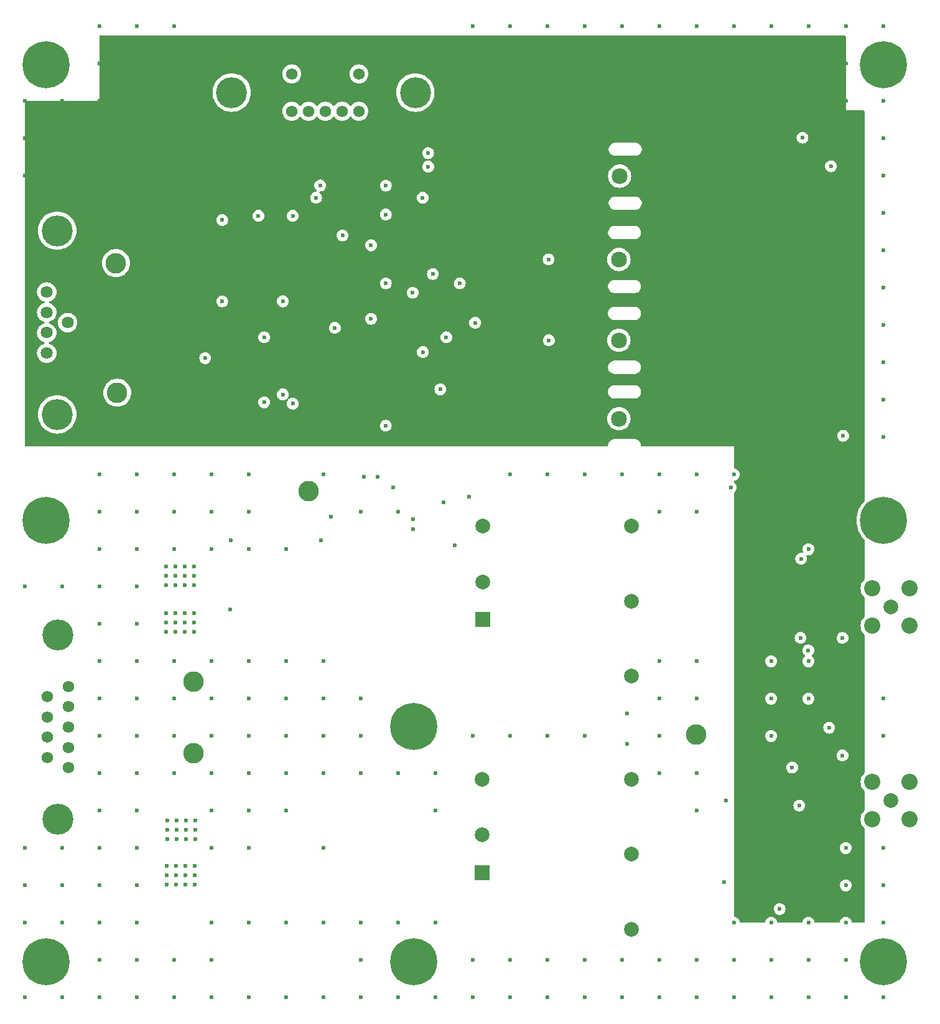
<source format=gbr>
%TF.GenerationSoftware,KiCad,Pcbnew,8.0.6*%
%TF.CreationDate,2025-05-15T16:07:21-04:00*%
%TF.ProjectId,2 - COLD_TPC_P25M5,32202d20-434f-44c4-945f-5450435f5032,rev?*%
%TF.SameCoordinates,Original*%
%TF.FileFunction,Copper,L4,Inr*%
%TF.FilePolarity,Positive*%
%FSLAX46Y46*%
G04 Gerber Fmt 4.6, Leading zero omitted, Abs format (unit mm)*
G04 Created by KiCad (PCBNEW 8.0.6) date 2025-05-15 16:07:21*
%MOMM*%
%LPD*%
G01*
G04 APERTURE LIST*
%TA.AperFunction,ComponentPad*%
%ADD10C,2.800000*%
%TD*%
%TA.AperFunction,ComponentPad*%
%ADD11C,6.400000*%
%TD*%
%TA.AperFunction,ComponentPad*%
%ADD12R,2.000000X2.000000*%
%TD*%
%TA.AperFunction,ComponentPad*%
%ADD13C,2.000000*%
%TD*%
%TA.AperFunction,ComponentPad*%
%ADD14C,2.159000*%
%TD*%
%TA.AperFunction,ComponentPad*%
%ADD15C,1.560000*%
%TD*%
%TA.AperFunction,ComponentPad*%
%ADD16C,4.216000*%
%TD*%
%TA.AperFunction,ComponentPad*%
%ADD17C,1.575000*%
%TD*%
%TA.AperFunction,ComponentPad*%
%ADD18C,1.635000*%
%TD*%
%TA.AperFunction,ComponentPad*%
%ADD19C,2.006600*%
%TD*%
%TA.AperFunction,ComponentPad*%
%ADD20C,2.209800*%
%TD*%
%TA.AperFunction,ViaPad*%
%ADD21C,0.600000*%
%TD*%
G04 APERTURE END LIST*
D10*
%TO.N,/SEC_PWR_RTN*%
%TO.C,+12V_RTN1*%
X155090000Y-149640000D03*
%TD*%
D11*
%TO.N,CHASSIS*%
%TO.C,H5*%
X135000000Y-56000000D03*
%TD*%
%TO.N,CHASSIS*%
%TO.C,H7*%
X249000000Y-118000000D03*
%TD*%
%TO.N,CHASSIS*%
%TO.C,H6*%
X249000000Y-178000000D03*
%TD*%
%TO.N,CHASSIS*%
%TO.C,H3*%
X185000000Y-146000000D03*
%TD*%
D12*
%TO.N,/SiPM/SiPM_LV_Supply/SiPM_LV1/V_POS*%
%TO.C,U4*%
X194395000Y-131470000D03*
D13*
%TO.N,/SiPM/SiPM_LV_Supply/SiPM_LV1/V_RTN*%
X194395000Y-126370000D03*
%TO.N,/SiPM/SiPM_LV_Supply/SiPM_LV/V_Out_RTN*%
X214695000Y-139170000D03*
%TO.N,/SiPM/SiPM_LV_Supply/SiPM_LV1/TRIM*%
X214695000Y-128970000D03*
%TO.N,/SiPM/M5V*%
X214695000Y-118770000D03*
%TO.N,/SiPM/SiPM_LV_Supply/SiPM_LV/Enable*%
X194395000Y-118770000D03*
%TD*%
D14*
%TO.N,Net-(P1-Pad1)*%
%TO.C,P1*%
X212960000Y-93500000D03*
%TD*%
D10*
%TO.N,/P_SEC_TELEM_PWR*%
%TO.C,+5V1*%
X144520000Y-83000000D03*
%TD*%
D14*
%TO.N,Net-(M6-Pad3)*%
%TO.C,P4*%
X213060000Y-71180000D03*
%TD*%
%TO.N,Net-(P3-Pad1)*%
%TO.C,P3*%
X212970000Y-82510000D03*
%TD*%
D15*
%TO.N,/SEC_PWR_RTN*%
%TO.C,J1*%
X138030000Y-140575000D03*
X138030000Y-143345000D03*
%TO.N,unconnected-(J1-Pad3)*%
X138030000Y-146115000D03*
%TO.N,/SEC_PWR_RTN*%
X138030000Y-148885000D03*
X138030000Y-151655000D03*
%TO.N,/SEC_PWR_IN*%
X135190000Y-141960000D03*
X135190000Y-144730000D03*
X135190000Y-147500000D03*
X135190000Y-150270000D03*
D16*
%TO.N,CHASSIS*%
X136610000Y-133615000D03*
X136610000Y-158615000D03*
%TD*%
D10*
%TO.N,/SiPM/SiPM_LV_Supply/SiPM_LV/Enable*%
%TO.C,V_{EN}1*%
X170690000Y-114050000D03*
%TD*%
D17*
%TO.N,/SiPM_LV_Enable-*%
%TO.C,J3*%
X168434000Y-62350000D03*
%TO.N,/SiPM_LV_Enable+*%
X170724000Y-62350000D03*
%TO.N,/P2p5V_TELEM*%
X173014000Y-62350000D03*
%TO.N,/M5p0V_Telem*%
X175304000Y-62350000D03*
%TO.N,/P2p5_I_MON*%
X177594000Y-62350000D03*
%TO.N,/SEC_PWR_TELEM_RTN*%
X167289000Y-59810000D03*
X169579000Y-59810000D03*
X171869000Y-59810000D03*
X174159000Y-59810000D03*
X176449000Y-59810000D03*
%TO.N,/TEMP_TELEM*%
X168434000Y-57270000D03*
%TO.N,/SEC_PWR_TELEM_RTN*%
X170724000Y-57270000D03*
X173014000Y-57270000D03*
X175304000Y-57270000D03*
%TO.N,/M5V_I_MON*%
X177594000Y-57270000D03*
D16*
%TO.N,CHASSIS*%
X185255000Y-59810000D03*
X160265000Y-59810000D03*
%TD*%
D18*
%TO.N,/SEC_PWR_TELEM_RTN*%
%TO.C,J2*%
X137933250Y-96630000D03*
X137933250Y-93860000D03*
%TO.N,unconnected-(J2-Pad3)*%
X137933250Y-91090000D03*
%TO.N,/SEC_PWR_TELEM_RTN*%
X137933250Y-88320000D03*
X137933250Y-85550000D03*
%TO.N,/N_SEC_TELEM_PWR*%
X135093250Y-95245000D03*
X135093250Y-92475000D03*
%TO.N,/P_SEC_TELEM_PWR*%
X135093250Y-89705000D03*
X135093250Y-86935000D03*
D16*
%TO.N,CHASSIS*%
X136513250Y-78590000D03*
X136513250Y-103590000D03*
%TD*%
D11*
%TO.N,CHASSIS*%
%TO.C,H8*%
X135000000Y-118000000D03*
%TD*%
D14*
%TO.N,Net-(M5-Pad3)*%
%TO.C,P2*%
X212960000Y-104170000D03*
%TD*%
D11*
%TO.N,CHASSIS*%
%TO.C,H4*%
X185000000Y-178000000D03*
%TD*%
D19*
%TO.N,/SiPM/SiPM_LV_m5p0V*%
%TO.C,J5*%
X250000000Y-129780000D03*
D20*
%TO.N,/SiPM/SiPM_LV_Supply/SiPM_LV/V_Out_RTN*%
X252540000Y-127240000D03*
X247460000Y-127240000D03*
X247460000Y-132320000D03*
X252540000Y-132320000D03*
%TD*%
D10*
%TO.N,/SEC_PWR_IN*%
%TO.C,+12V1*%
X155090000Y-139890000D03*
%TD*%
%TO.N,/N_SEC_TELEM_PWR*%
%TO.C,-5V1*%
X144690000Y-100630000D03*
%TD*%
D19*
%TO.N,/SiPM/SiPM_LV_p2p5V*%
%TO.C,J4*%
X250000000Y-156110000D03*
D20*
%TO.N,/SiPM/SiPM_LV_Supply/SiPM_LV/V_Out_RTN*%
X252540000Y-153570000D03*
X247460000Y-153570000D03*
X247460000Y-158650000D03*
X252540000Y-158650000D03*
%TD*%
D11*
%TO.N,CHASSIS*%
%TO.C,H2*%
X135000000Y-178000000D03*
%TD*%
%TO.N,CHASSIS*%
%TO.C,H1*%
X249000000Y-56000000D03*
%TD*%
D12*
%TO.N,/SiPM/SiPM_LV_Supply/SiPM_LV/V_POS*%
%TO.C,U3*%
X194387500Y-165890000D03*
D13*
%TO.N,/SiPM/SiPM_LV_Supply/SiPM_LV/V_RTN*%
X194387500Y-160790000D03*
%TO.N,/SiPM/SiPM_LV_Supply/SiPM_LV/V_Out*%
X214687500Y-173590000D03*
%TO.N,/SiPM/SiPM_LV_Supply/SiPM_LV/TRIM*%
X214687500Y-163390000D03*
%TO.N,/SiPM/SiPM_LV_Supply/SiPM_LV/V_Out_RTN*%
X214687500Y-153190000D03*
%TO.N,/SiPM/SiPM_LV_Supply/SiPM_LV/Enable*%
X194387500Y-153190000D03*
%TD*%
D10*
%TO.N,/SEC_PWR_TELEM_RTN*%
%TO.C,Telem_RTN1*%
X165350000Y-84050000D03*
%TD*%
%TO.N,/SiPM/SiPM_LV_Supply/SiPM_LV/V_Out_RTN*%
%TO.C,V_{OUT_RTN}1*%
X223490000Y-147150000D03*
%TD*%
D21*
%TO.N,/SiPM/pV3p3*%
X237680000Y-133980000D03*
X181240000Y-105120000D03*
X181240000Y-76390000D03*
X243400000Y-133990000D03*
X243480000Y-106490000D03*
X181240000Y-72460000D03*
X172310000Y-72450000D03*
X181234150Y-85760000D03*
X243400000Y-149970000D03*
X236550000Y-151610000D03*
X158970000Y-77145000D03*
%TO.N,/SEC_PWR_RTN*%
X154017500Y-158820000D03*
X177800000Y-152400000D03*
X147320000Y-152400000D03*
X213360000Y-111760000D03*
X218440000Y-177800000D03*
X243840000Y-177800000D03*
X147320000Y-167640000D03*
X238760000Y-121920000D03*
X223520000Y-142240000D03*
X152400000Y-137160000D03*
X233680000Y-177800000D03*
X147320000Y-162560000D03*
X147320000Y-132080000D03*
X152635000Y-126775000D03*
X152747500Y-160090000D03*
X218440000Y-116840000D03*
X151365000Y-125505000D03*
X198120000Y-111760000D03*
X208280000Y-182880000D03*
X238760000Y-177800000D03*
X248920000Y-182880000D03*
X193040000Y-177800000D03*
X198120000Y-177800000D03*
X157480000Y-162560000D03*
X172720000Y-172720000D03*
X177800000Y-177800000D03*
X178250000Y-112050000D03*
X142240000Y-157480000D03*
X157480000Y-177800000D03*
X198120000Y-147320000D03*
X182880000Y-152400000D03*
X153905000Y-125505000D03*
X172720000Y-182880000D03*
X152400000Y-147320000D03*
X152400000Y-142240000D03*
X233680000Y-172720000D03*
X238760000Y-182880000D03*
X167640000Y-172720000D03*
X152400000Y-177800000D03*
X152400000Y-152400000D03*
X167640000Y-147320000D03*
X152747500Y-158820000D03*
X155175000Y-124235000D03*
X147320000Y-121920000D03*
X167640000Y-142240000D03*
X167640000Y-137160000D03*
X187960000Y-182880000D03*
X155287500Y-161360000D03*
X132080000Y-182880000D03*
X223520000Y-111760000D03*
X157480000Y-147320000D03*
X172720000Y-152400000D03*
X151365000Y-126775000D03*
X157480000Y-152400000D03*
X198120000Y-182880000D03*
X167640000Y-157480000D03*
X208280000Y-111760000D03*
X187960000Y-157480000D03*
X228600000Y-182880000D03*
X142240000Y-152400000D03*
X208280000Y-177800000D03*
X132080000Y-172720000D03*
X137160000Y-172720000D03*
X248920000Y-162560000D03*
X233680000Y-147320000D03*
X162560000Y-147320000D03*
X132080000Y-127000000D03*
X151477500Y-161360000D03*
X187960000Y-172720000D03*
X233680000Y-137160000D03*
X147320000Y-157480000D03*
X182880000Y-172720000D03*
X218440000Y-137160000D03*
X151477500Y-160090000D03*
X218440000Y-147320000D03*
X142240000Y-182880000D03*
X243840000Y-172720000D03*
X157480000Y-157480000D03*
X193040000Y-147320000D03*
X157480000Y-121920000D03*
X228600000Y-177800000D03*
X147320000Y-177800000D03*
X177800000Y-182880000D03*
X233680000Y-142240000D03*
X142240000Y-167640000D03*
X137160000Y-162560000D03*
X154017500Y-160090000D03*
X180140000Y-112050000D03*
X137160000Y-127000000D03*
X177800000Y-116840000D03*
X177800000Y-147320000D03*
X162560000Y-121920000D03*
X152747500Y-161360000D03*
X223520000Y-182880000D03*
X142240000Y-137160000D03*
X213360000Y-177800000D03*
X218440000Y-152400000D03*
X152400000Y-121920000D03*
X132080000Y-162560000D03*
X162560000Y-182880000D03*
X203200000Y-111760000D03*
X147320000Y-172720000D03*
X142240000Y-147320000D03*
X203200000Y-147320000D03*
X162560000Y-142240000D03*
X203200000Y-182880000D03*
X172720000Y-142240000D03*
X162560000Y-172720000D03*
X157480000Y-182880000D03*
X137160000Y-167640000D03*
X213360000Y-182880000D03*
X152400000Y-182880000D03*
X154017500Y-161360000D03*
X155175000Y-126775000D03*
X147320000Y-182880000D03*
X162560000Y-162560000D03*
X157480000Y-137160000D03*
X147320000Y-137160000D03*
X167640000Y-152400000D03*
X132080000Y-167640000D03*
X228600000Y-111760000D03*
X142240000Y-142240000D03*
X172720000Y-111760000D03*
X153905000Y-126775000D03*
X248920000Y-172720000D03*
X172720000Y-147320000D03*
X223520000Y-177800000D03*
X243840000Y-182880000D03*
X137160000Y-182880000D03*
X218440000Y-111760000D03*
X167640000Y-182880000D03*
X155287500Y-160090000D03*
X218440000Y-182880000D03*
X203200000Y-177800000D03*
X142240000Y-162560000D03*
X153905000Y-124235000D03*
X162560000Y-137160000D03*
X177800000Y-142240000D03*
X223520000Y-152400000D03*
X248920000Y-142240000D03*
X172720000Y-137160000D03*
X223520000Y-116840000D03*
X208280000Y-147320000D03*
X152635000Y-124235000D03*
X238760000Y-172720000D03*
X147320000Y-142240000D03*
X184980000Y-117850000D03*
X142240000Y-177800000D03*
X223520000Y-157480000D03*
X151477500Y-158820000D03*
X152635000Y-125505000D03*
X248920000Y-147320000D03*
X142240000Y-172720000D03*
X218440000Y-142240000D03*
X182880000Y-182880000D03*
X233680000Y-182880000D03*
X167640000Y-121920000D03*
X238760000Y-142240000D03*
X228600000Y-172720000D03*
X243840000Y-162560000D03*
X193040000Y-182880000D03*
X162560000Y-157480000D03*
X243840000Y-167640000D03*
X223520000Y-137160000D03*
X151365000Y-124235000D03*
X182880000Y-116840000D03*
X162560000Y-152400000D03*
X157480000Y-172720000D03*
X142240000Y-132080000D03*
X172720000Y-162560000D03*
X187960000Y-152400000D03*
X147320000Y-127000000D03*
X238760000Y-137160000D03*
X142240000Y-127000000D03*
X142240000Y-121920000D03*
X157480000Y-142240000D03*
X147320000Y-147320000D03*
X177800000Y-172720000D03*
X155175000Y-125505000D03*
X155287500Y-158820000D03*
X248920000Y-167640000D03*
%TO.N,CHASSIS*%
X214040000Y-148430000D03*
X214078000Y-144272000D03*
%TO.N,/SEC_PWR_TELEM_RTN*%
X198120000Y-50800000D03*
X132080000Y-60960000D03*
X152400000Y-55880000D03*
X203200000Y-96520000D03*
X147320000Y-76200000D03*
X203200000Y-86360000D03*
X228600000Y-101600000D03*
X223520000Y-60960000D03*
X243840000Y-91440000D03*
X223520000Y-50800000D03*
X248920000Y-66040000D03*
X198774150Y-80690000D03*
X208280000Y-50800000D03*
X228600000Y-60960000D03*
X238760000Y-60960000D03*
X243840000Y-50800000D03*
X243840000Y-60960000D03*
X213360000Y-55880000D03*
X157480000Y-66040000D03*
X248920000Y-101600000D03*
X157480000Y-71120000D03*
X157480000Y-116840000D03*
X152400000Y-116840000D03*
X203200000Y-106680000D03*
X218440000Y-101600000D03*
X238760000Y-111760000D03*
X233680000Y-91440000D03*
X147320000Y-50800000D03*
X248920000Y-91440000D03*
X218440000Y-86360000D03*
X177434150Y-80580000D03*
X228600000Y-86360000D03*
X223520000Y-101600000D03*
X198120000Y-106680000D03*
X172720000Y-81280000D03*
X142240000Y-71120000D03*
X142240000Y-76200000D03*
X162560000Y-86360000D03*
X162560000Y-76200000D03*
X153260000Y-94345000D03*
X218440000Y-60960000D03*
X198120000Y-101600000D03*
X193040000Y-60960000D03*
X162560000Y-111760000D03*
X233680000Y-50800000D03*
X147320000Y-60960000D03*
X243840000Y-86360000D03*
X147320000Y-106680000D03*
X172720000Y-96520000D03*
X218440000Y-91440000D03*
X233680000Y-60960000D03*
X233680000Y-101600000D03*
X147320000Y-66040000D03*
X152400000Y-111760000D03*
X218440000Y-81280000D03*
X228600000Y-55880000D03*
X203200000Y-101600000D03*
X236550000Y-153160000D03*
X213360000Y-50800000D03*
X223520000Y-76200000D03*
X228600000Y-71120000D03*
X223520000Y-86360000D03*
X218440000Y-50800000D03*
X162560000Y-81280000D03*
X147320000Y-116840000D03*
X248920000Y-81280000D03*
X243840000Y-55880000D03*
X203200000Y-91440000D03*
X152240000Y-77120000D03*
X223520000Y-81280000D03*
X243840000Y-101600000D03*
X194129150Y-97274800D03*
X198120000Y-76200000D03*
X137160000Y-71120000D03*
X152400000Y-66040000D03*
X233680000Y-86360000D03*
X178250000Y-107630000D03*
X233680000Y-55880000D03*
X208280000Y-60960000D03*
X236050000Y-121620000D03*
X132080000Y-71120000D03*
X142240000Y-106680000D03*
X243690000Y-152310000D03*
X203200000Y-60960000D03*
X137160000Y-60960000D03*
X172310000Y-70370000D03*
X176630000Y-85760000D03*
X142240000Y-50800000D03*
X168540000Y-106950000D03*
X159900000Y-106580000D03*
X243840000Y-96520000D03*
X150980000Y-101385000D03*
X157480000Y-111760000D03*
X193040000Y-55880000D03*
X150680000Y-81065000D03*
X203200000Y-55880000D03*
X213360000Y-60960000D03*
X132080000Y-66040000D03*
X162560000Y-106680000D03*
X193040000Y-50800000D03*
X233680000Y-60960000D03*
X193040000Y-71120000D03*
X198120000Y-71120000D03*
X243840000Y-71120000D03*
X155600000Y-89765000D03*
X223520000Y-91440000D03*
X177800000Y-96520000D03*
X228600000Y-91440000D03*
X142240000Y-91440000D03*
X162560000Y-66040000D03*
X248920000Y-76200000D03*
X142240000Y-96520000D03*
X233680000Y-71120000D03*
X237740000Y-132930000D03*
X142240000Y-66040000D03*
X238760000Y-55880000D03*
X172720000Y-91440000D03*
X142240000Y-60960000D03*
X223520000Y-96520000D03*
X248920000Y-106680000D03*
X182880000Y-96520000D03*
X193184150Y-80420000D03*
X152400000Y-106680000D03*
X152400000Y-50800000D03*
X198120000Y-60960000D03*
X228600000Y-96520000D03*
X248920000Y-86360000D03*
X152400000Y-71120000D03*
X243840000Y-66040000D03*
X142240000Y-111760000D03*
X233680000Y-76200000D03*
X172720000Y-106680000D03*
X180140000Y-107630000D03*
X248920000Y-50800000D03*
X198120000Y-55880000D03*
X177800000Y-71120000D03*
X233680000Y-96520000D03*
X230680000Y-133480000D03*
X162560000Y-91440000D03*
X147320000Y-91440000D03*
X203200000Y-71120000D03*
X161820000Y-94695000D03*
X198120000Y-86360000D03*
X142240000Y-55880000D03*
X203200000Y-76200000D03*
X183380000Y-99790000D03*
X137160000Y-66040000D03*
X147320000Y-55880000D03*
X233680000Y-81280000D03*
X238760000Y-50800000D03*
X218440000Y-71120000D03*
X243840000Y-81280000D03*
X218440000Y-55880000D03*
X228600000Y-50800000D03*
X198120000Y-91440000D03*
X248920000Y-96520000D03*
X208280000Y-55880000D03*
X218440000Y-96520000D03*
X195264150Y-91120000D03*
X248920000Y-60960000D03*
X177800000Y-76200000D03*
X162560000Y-116840000D03*
X223520000Y-55880000D03*
X196164150Y-85750000D03*
X147320000Y-111760000D03*
X152400000Y-60960000D03*
X193040000Y-76200000D03*
X187960000Y-76200000D03*
X142240000Y-116840000D03*
X147320000Y-71120000D03*
X162560000Y-71120000D03*
X228600000Y-76200000D03*
X172720000Y-86360000D03*
X147320000Y-96520000D03*
X203200000Y-50800000D03*
X223520000Y-71120000D03*
X228600000Y-81280000D03*
X243840000Y-76200000D03*
X236720000Y-144650000D03*
X218440000Y-76200000D03*
X248920000Y-71120000D03*
%TO.N,/SEC_PWR_IN*%
X152667500Y-166300000D03*
X155115000Y-133150000D03*
X155207500Y-167570000D03*
X153845000Y-130610000D03*
X151305000Y-130610000D03*
X155207500Y-165030000D03*
X153937500Y-165030000D03*
X152667500Y-167570000D03*
X151305000Y-131880000D03*
X153937500Y-167570000D03*
X153845000Y-131880000D03*
X152575000Y-131880000D03*
X151397500Y-167570000D03*
X151397500Y-166300000D03*
X152575000Y-130610000D03*
X152667500Y-165030000D03*
X151305000Y-133150000D03*
X155207500Y-166300000D03*
X153845000Y-133150000D03*
X155115000Y-131880000D03*
X152575000Y-133150000D03*
X151397500Y-165030000D03*
X153937500Y-166300000D03*
X160020000Y-130140000D03*
X160160000Y-120700000D03*
X155115000Y-130610000D03*
%TO.N,Net-(M2-Pad1)*%
X189080000Y-115560000D03*
X173770000Y-117510000D03*
%TO.N,/P2p5V_TELEM*%
X174310000Y-91820000D03*
%TO.N,/M5p0V_Telem*%
X175350000Y-79240000D03*
%TO.N,/TEMP_TELEM*%
X163910000Y-76580000D03*
X168570000Y-102120000D03*
X168570000Y-76570000D03*
%TO.N,Net-(C2-Pad2)*%
X241820000Y-69830000D03*
X187017482Y-69884549D03*
X241580000Y-146200000D03*
%TO.N,/SiPM/P2p5V*%
X187654150Y-84480000D03*
X228180000Y-113530000D03*
X184894150Y-87030000D03*
X182270000Y-113530000D03*
X237515000Y-156785000D03*
%TO.N,/SiPM/M5V*%
X192540000Y-114820000D03*
X179230000Y-90580000D03*
X193394150Y-91130000D03*
X179234150Y-80580000D03*
%TO.N,Net-(U9-OUT)*%
X238740000Y-135680000D03*
%TO.N,Net-(C31-Pad2)*%
X237950000Y-65950000D03*
X237770000Y-123210000D03*
X187000000Y-68050000D03*
%TO.N,/SiPM/SiPM_LV_Supply/SiPM_LV/Enable*%
X184990000Y-119200000D03*
X190600000Y-121430000D03*
X172390000Y-120700000D03*
%TO.N,/P_SEC_TELEM_PWR*%
X203440000Y-93510000D03*
X188670000Y-100170000D03*
X203400000Y-82510200D03*
X167220000Y-88200000D03*
X158971400Y-88205000D03*
X167220000Y-100870000D03*
%TO.N,/SiPM/SiPM_LV_Supply/SiPM_LV_Enable*%
X186280000Y-95110000D03*
X171750000Y-74110000D03*
X186260000Y-74110000D03*
%TO.N,/SiPM/nV3p3*%
X164690000Y-93100000D03*
X164690000Y-101940000D03*
X189480000Y-93100000D03*
X191304150Y-85750000D03*
%TO.N,/N_SEC_TELEM_PWR*%
X156660000Y-95925000D03*
%TO.N,/SiPM/SiPM_LV_Supply/SiPM_LV/V_Out_RTN*%
X227570000Y-156111400D03*
X234827500Y-170857500D03*
X227300000Y-167231400D03*
%TD*%
%TA.AperFunction,Conductor*%
%TO.N,/SEC_PWR_TELEM_RTN*%
G36*
X243783039Y-52089685D02*
G01*
X243828794Y-52142489D01*
X243840000Y-52194000D01*
X243840000Y-62230000D01*
X246256000Y-62230000D01*
X246323039Y-62249685D01*
X246368794Y-62302489D01*
X246380000Y-62354000D01*
X246380000Y-115335341D01*
X246360315Y-115402380D01*
X246343681Y-115423022D01*
X246246222Y-115520480D01*
X246246215Y-115520488D01*
X246002122Y-115821917D01*
X245790877Y-116147206D01*
X245614787Y-116492802D01*
X245475788Y-116854905D01*
X245375397Y-117229570D01*
X245375397Y-117229572D01*
X245314722Y-117612660D01*
X245294422Y-117999999D01*
X245294422Y-118000000D01*
X245314722Y-118387339D01*
X245375397Y-118770427D01*
X245375397Y-118770429D01*
X245475788Y-119145094D01*
X245614787Y-119507197D01*
X245790877Y-119852793D01*
X246002122Y-120178082D01*
X246246215Y-120479511D01*
X246246222Y-120479519D01*
X246343681Y-120576978D01*
X246377166Y-120638301D01*
X246380000Y-120664659D01*
X246380000Y-125994002D01*
X246360315Y-126061041D01*
X246336534Y-126088290D01*
X246321302Y-126101299D01*
X246157185Y-126293455D01*
X246157184Y-126293457D01*
X246025154Y-126508909D01*
X245928452Y-126742369D01*
X245869461Y-126988087D01*
X245849636Y-127240000D01*
X245869461Y-127491912D01*
X245928452Y-127737630D01*
X246025154Y-127971090D01*
X246157184Y-128186542D01*
X246157185Y-128186545D01*
X246157188Y-128186548D01*
X246321301Y-128378699D01*
X246336530Y-128391706D01*
X246374724Y-128450210D01*
X246380000Y-128485997D01*
X246380000Y-131074002D01*
X246360315Y-131141041D01*
X246336534Y-131168290D01*
X246321302Y-131181299D01*
X246157185Y-131373455D01*
X246157184Y-131373457D01*
X246025154Y-131588909D01*
X245928452Y-131822369D01*
X245869461Y-132068087D01*
X245849636Y-132320000D01*
X245869461Y-132571912D01*
X245928452Y-132817630D01*
X246025154Y-133051090D01*
X246157184Y-133266542D01*
X246157185Y-133266545D01*
X246157188Y-133266548D01*
X246321301Y-133458699D01*
X246336530Y-133471706D01*
X246374724Y-133530210D01*
X246380000Y-133565997D01*
X246380000Y-152324002D01*
X246360315Y-152391041D01*
X246336534Y-152418290D01*
X246321302Y-152431299D01*
X246157185Y-152623455D01*
X246157184Y-152623457D01*
X246025154Y-152838909D01*
X245928452Y-153072369D01*
X245869461Y-153318087D01*
X245849636Y-153570000D01*
X245869461Y-153821912D01*
X245928452Y-154067630D01*
X246025154Y-154301090D01*
X246157184Y-154516542D01*
X246157185Y-154516545D01*
X246321299Y-154708697D01*
X246321301Y-154708699D01*
X246336530Y-154721706D01*
X246374724Y-154780210D01*
X246380000Y-154815997D01*
X246380000Y-157404002D01*
X246360315Y-157471041D01*
X246336534Y-157498290D01*
X246321302Y-157511299D01*
X246157185Y-157703455D01*
X246157184Y-157703457D01*
X246025154Y-157918909D01*
X245928452Y-158152369D01*
X245869461Y-158398087D01*
X245849636Y-158650000D01*
X245869461Y-158901912D01*
X245928452Y-159147630D01*
X246025154Y-159381090D01*
X246157184Y-159596542D01*
X246157185Y-159596545D01*
X246157188Y-159596548D01*
X246321301Y-159788699D01*
X246336530Y-159801706D01*
X246374724Y-159860210D01*
X246380000Y-159895997D01*
X246380000Y-172596000D01*
X246360315Y-172663039D01*
X246307511Y-172708794D01*
X246256000Y-172720000D01*
X244756378Y-172720000D01*
X244689339Y-172700315D01*
X244643584Y-172647511D01*
X244633158Y-172609883D01*
X244625369Y-172540749D01*
X244625368Y-172540745D01*
X244565788Y-172370476D01*
X244469815Y-172217737D01*
X244342262Y-172090184D01*
X244189523Y-171994211D01*
X244019254Y-171934631D01*
X244019249Y-171934630D01*
X243840004Y-171914435D01*
X243839996Y-171914435D01*
X243660750Y-171934630D01*
X243660745Y-171934631D01*
X243490476Y-171994211D01*
X243337737Y-172090184D01*
X243210184Y-172217737D01*
X243114211Y-172370476D01*
X243054631Y-172540745D01*
X243054630Y-172540749D01*
X243046842Y-172609883D01*
X243019776Y-172674297D01*
X242962182Y-172713852D01*
X242923622Y-172720000D01*
X239676378Y-172720000D01*
X239609339Y-172700315D01*
X239563584Y-172647511D01*
X239553158Y-172609883D01*
X239545369Y-172540749D01*
X239545368Y-172540745D01*
X239485788Y-172370476D01*
X239389815Y-172217737D01*
X239262262Y-172090184D01*
X239109523Y-171994211D01*
X238939254Y-171934631D01*
X238939249Y-171934630D01*
X238760004Y-171914435D01*
X238759996Y-171914435D01*
X238580750Y-171934630D01*
X238580745Y-171934631D01*
X238410476Y-171994211D01*
X238257737Y-172090184D01*
X238130184Y-172217737D01*
X238034211Y-172370476D01*
X237974631Y-172540745D01*
X237974630Y-172540749D01*
X237966842Y-172609883D01*
X237939776Y-172674297D01*
X237882182Y-172713852D01*
X237843622Y-172720000D01*
X234596378Y-172720000D01*
X234529339Y-172700315D01*
X234483584Y-172647511D01*
X234473158Y-172609883D01*
X234465369Y-172540749D01*
X234465368Y-172540745D01*
X234405788Y-172370476D01*
X234309815Y-172217737D01*
X234182262Y-172090184D01*
X234029523Y-171994211D01*
X233859254Y-171934631D01*
X233859249Y-171934630D01*
X233680004Y-171914435D01*
X233679996Y-171914435D01*
X233500750Y-171934630D01*
X233500745Y-171934631D01*
X233330476Y-171994211D01*
X233177737Y-172090184D01*
X233050184Y-172217737D01*
X232954211Y-172370476D01*
X232894631Y-172540745D01*
X232894630Y-172540749D01*
X232886842Y-172609883D01*
X232859776Y-172674297D01*
X232802182Y-172713852D01*
X232763622Y-172720000D01*
X229516378Y-172720000D01*
X229449339Y-172700315D01*
X229403584Y-172647511D01*
X229393158Y-172609883D01*
X229385369Y-172540749D01*
X229385368Y-172540745D01*
X229325788Y-172370476D01*
X229229815Y-172217737D01*
X229102262Y-172090184D01*
X228949523Y-171994211D01*
X228779254Y-171934631D01*
X228779250Y-171934630D01*
X228710116Y-171926841D01*
X228645702Y-171899774D01*
X228606147Y-171842179D01*
X228600000Y-171803621D01*
X228600000Y-170857496D01*
X234021935Y-170857496D01*
X234021935Y-170857503D01*
X234042130Y-171036749D01*
X234042131Y-171036754D01*
X234101711Y-171207023D01*
X234197684Y-171359762D01*
X234325238Y-171487316D01*
X234477978Y-171583289D01*
X234648245Y-171642868D01*
X234648250Y-171642869D01*
X234827496Y-171663065D01*
X234827500Y-171663065D01*
X234827504Y-171663065D01*
X235006749Y-171642869D01*
X235006752Y-171642868D01*
X235006755Y-171642868D01*
X235177022Y-171583289D01*
X235329762Y-171487316D01*
X235457316Y-171359762D01*
X235553289Y-171207022D01*
X235612868Y-171036755D01*
X235633065Y-170857500D01*
X235612868Y-170678245D01*
X235553289Y-170507978D01*
X235457316Y-170355238D01*
X235329762Y-170227684D01*
X235177023Y-170131711D01*
X235006754Y-170072131D01*
X235006749Y-170072130D01*
X234827504Y-170051935D01*
X234827496Y-170051935D01*
X234648250Y-170072130D01*
X234648245Y-170072131D01*
X234477976Y-170131711D01*
X234325237Y-170227684D01*
X234197684Y-170355237D01*
X234101711Y-170507976D01*
X234042131Y-170678245D01*
X234042130Y-170678250D01*
X234021935Y-170857496D01*
X228600000Y-170857496D01*
X228600000Y-167639996D01*
X243034435Y-167639996D01*
X243034435Y-167640003D01*
X243054630Y-167819249D01*
X243054631Y-167819254D01*
X243114211Y-167989523D01*
X243166200Y-168072262D01*
X243210184Y-168142262D01*
X243337738Y-168269816D01*
X243490478Y-168365789D01*
X243660745Y-168425368D01*
X243660750Y-168425369D01*
X243839996Y-168445565D01*
X243840000Y-168445565D01*
X243840004Y-168445565D01*
X244019249Y-168425369D01*
X244019252Y-168425368D01*
X244019255Y-168425368D01*
X244189522Y-168365789D01*
X244342262Y-168269816D01*
X244469816Y-168142262D01*
X244565789Y-167989522D01*
X244625368Y-167819255D01*
X244645565Y-167640000D01*
X244625368Y-167460745D01*
X244565789Y-167290478D01*
X244469816Y-167137738D01*
X244342262Y-167010184D01*
X244189523Y-166914211D01*
X244019254Y-166854631D01*
X244019249Y-166854630D01*
X243840004Y-166834435D01*
X243839996Y-166834435D01*
X243660750Y-166854630D01*
X243660745Y-166854631D01*
X243490476Y-166914211D01*
X243337737Y-167010184D01*
X243210184Y-167137737D01*
X243114211Y-167290476D01*
X243054631Y-167460745D01*
X243054630Y-167460750D01*
X243034435Y-167639996D01*
X228600000Y-167639996D01*
X228600000Y-162559996D01*
X243034435Y-162559996D01*
X243034435Y-162560003D01*
X243054630Y-162739249D01*
X243054631Y-162739254D01*
X243114211Y-162909523D01*
X243210184Y-163062262D01*
X243337738Y-163189816D01*
X243490478Y-163285789D01*
X243660745Y-163345368D01*
X243660750Y-163345369D01*
X243839996Y-163365565D01*
X243840000Y-163365565D01*
X243840004Y-163365565D01*
X244019249Y-163345369D01*
X244019252Y-163345368D01*
X244019255Y-163345368D01*
X244189522Y-163285789D01*
X244342262Y-163189816D01*
X244469816Y-163062262D01*
X244565789Y-162909522D01*
X244625368Y-162739255D01*
X244645565Y-162560000D01*
X244634885Y-162465215D01*
X244625369Y-162380750D01*
X244625368Y-162380745D01*
X244565788Y-162210476D01*
X244514923Y-162129526D01*
X244469816Y-162057738D01*
X244342262Y-161930184D01*
X244277514Y-161889500D01*
X244189523Y-161834211D01*
X244019254Y-161774631D01*
X244019249Y-161774630D01*
X243840004Y-161754435D01*
X243839996Y-161754435D01*
X243660750Y-161774630D01*
X243660745Y-161774631D01*
X243490476Y-161834211D01*
X243337737Y-161930184D01*
X243210184Y-162057737D01*
X243114211Y-162210476D01*
X243054631Y-162380745D01*
X243054630Y-162380750D01*
X243034435Y-162559996D01*
X228600000Y-162559996D01*
X228600000Y-156784996D01*
X236709435Y-156784996D01*
X236709435Y-156785003D01*
X236729630Y-156964249D01*
X236729631Y-156964254D01*
X236789211Y-157134523D01*
X236839876Y-157215155D01*
X236885184Y-157287262D01*
X237012738Y-157414816D01*
X237165478Y-157510789D01*
X237335745Y-157570368D01*
X237335750Y-157570369D01*
X237514996Y-157590565D01*
X237515000Y-157590565D01*
X237515004Y-157590565D01*
X237694249Y-157570369D01*
X237694252Y-157570368D01*
X237694255Y-157570368D01*
X237864522Y-157510789D01*
X238017262Y-157414816D01*
X238144816Y-157287262D01*
X238240789Y-157134522D01*
X238300368Y-156964255D01*
X238300369Y-156964249D01*
X238320565Y-156785003D01*
X238320565Y-156784996D01*
X238300369Y-156605750D01*
X238300368Y-156605745D01*
X238240788Y-156435476D01*
X238156332Y-156301066D01*
X238144816Y-156282738D01*
X238017262Y-156155184D01*
X237864523Y-156059211D01*
X237694254Y-155999631D01*
X237694249Y-155999630D01*
X237515004Y-155979435D01*
X237514996Y-155979435D01*
X237335750Y-155999630D01*
X237335745Y-155999631D01*
X237165476Y-156059211D01*
X237012737Y-156155184D01*
X236885184Y-156282737D01*
X236789211Y-156435476D01*
X236729631Y-156605745D01*
X236729630Y-156605750D01*
X236709435Y-156784996D01*
X228600000Y-156784996D01*
X228600000Y-151609996D01*
X235744435Y-151609996D01*
X235744435Y-151610003D01*
X235764630Y-151789249D01*
X235764631Y-151789254D01*
X235824211Y-151959523D01*
X235901334Y-152082262D01*
X235920184Y-152112262D01*
X236047738Y-152239816D01*
X236200478Y-152335789D01*
X236358379Y-152391041D01*
X236370745Y-152395368D01*
X236370750Y-152395369D01*
X236549996Y-152415565D01*
X236550000Y-152415565D01*
X236550004Y-152415565D01*
X236729249Y-152395369D01*
X236729252Y-152395368D01*
X236729255Y-152395368D01*
X236899522Y-152335789D01*
X237052262Y-152239816D01*
X237179816Y-152112262D01*
X237275789Y-151959522D01*
X237335368Y-151789255D01*
X237346608Y-151689500D01*
X237355565Y-151610003D01*
X237355565Y-151609996D01*
X237335369Y-151430750D01*
X237335368Y-151430745D01*
X237275788Y-151260476D01*
X237179815Y-151107737D01*
X237052262Y-150980184D01*
X236899523Y-150884211D01*
X236729254Y-150824631D01*
X236729249Y-150824630D01*
X236550004Y-150804435D01*
X236549996Y-150804435D01*
X236370750Y-150824630D01*
X236370745Y-150824631D01*
X236200476Y-150884211D01*
X236047737Y-150980184D01*
X235920184Y-151107737D01*
X235824211Y-151260476D01*
X235764631Y-151430745D01*
X235764630Y-151430750D01*
X235744435Y-151609996D01*
X228600000Y-151609996D01*
X228600000Y-149969996D01*
X242594435Y-149969996D01*
X242594435Y-149970003D01*
X242614630Y-150149249D01*
X242614631Y-150149254D01*
X242674211Y-150319523D01*
X242717953Y-150389137D01*
X242770184Y-150472262D01*
X242897738Y-150599816D01*
X243050478Y-150695789D01*
X243220745Y-150755368D01*
X243220750Y-150755369D01*
X243399996Y-150775565D01*
X243400000Y-150775565D01*
X243400004Y-150775565D01*
X243579249Y-150755369D01*
X243579252Y-150755368D01*
X243579255Y-150755368D01*
X243749522Y-150695789D01*
X243902262Y-150599816D01*
X244029816Y-150472262D01*
X244125789Y-150319522D01*
X244185368Y-150149255D01*
X244191721Y-150092872D01*
X244205565Y-149970003D01*
X244205565Y-149969996D01*
X244185369Y-149790750D01*
X244185368Y-149790745D01*
X244125789Y-149620478D01*
X244029816Y-149467738D01*
X243902262Y-149340184D01*
X243877508Y-149324630D01*
X243749523Y-149244211D01*
X243579254Y-149184631D01*
X243579249Y-149184630D01*
X243400004Y-149164435D01*
X243399996Y-149164435D01*
X243220750Y-149184630D01*
X243220745Y-149184631D01*
X243050476Y-149244211D01*
X242897737Y-149340184D01*
X242770184Y-149467737D01*
X242674211Y-149620476D01*
X242614631Y-149790745D01*
X242614630Y-149790750D01*
X242594435Y-149969996D01*
X228600000Y-149969996D01*
X228600000Y-147319996D01*
X232874435Y-147319996D01*
X232874435Y-147320003D01*
X232894630Y-147499249D01*
X232894631Y-147499254D01*
X232954211Y-147669523D01*
X233036311Y-147800184D01*
X233050184Y-147822262D01*
X233177738Y-147949816D01*
X233330478Y-148045789D01*
X233500745Y-148105368D01*
X233500750Y-148105369D01*
X233679996Y-148125565D01*
X233680000Y-148125565D01*
X233680004Y-148125565D01*
X233859249Y-148105369D01*
X233859252Y-148105368D01*
X233859255Y-148105368D01*
X234029522Y-148045789D01*
X234182262Y-147949816D01*
X234309816Y-147822262D01*
X234405789Y-147669522D01*
X234465368Y-147499255D01*
X234474167Y-147421160D01*
X234485565Y-147320003D01*
X234485565Y-147319996D01*
X234465369Y-147140750D01*
X234465368Y-147140745D01*
X234450994Y-147099667D01*
X234405789Y-146970478D01*
X234309816Y-146817738D01*
X234182262Y-146690184D01*
X234156135Y-146673767D01*
X234029523Y-146594211D01*
X233859254Y-146534631D01*
X233859249Y-146534630D01*
X233680004Y-146514435D01*
X233679996Y-146514435D01*
X233500750Y-146534630D01*
X233500745Y-146534631D01*
X233330476Y-146594211D01*
X233177737Y-146690184D01*
X233050184Y-146817737D01*
X232954211Y-146970476D01*
X232894631Y-147140745D01*
X232894630Y-147140750D01*
X232874435Y-147319996D01*
X228600000Y-147319996D01*
X228600000Y-146199996D01*
X240774435Y-146199996D01*
X240774435Y-146200003D01*
X240794630Y-146379249D01*
X240794631Y-146379254D01*
X240854211Y-146549523D01*
X240882291Y-146594211D01*
X240950184Y-146702262D01*
X241077738Y-146829816D01*
X241230478Y-146925789D01*
X241358186Y-146970476D01*
X241400745Y-146985368D01*
X241400750Y-146985369D01*
X241579996Y-147005565D01*
X241580000Y-147005565D01*
X241580004Y-147005565D01*
X241759249Y-146985369D01*
X241759252Y-146985368D01*
X241759255Y-146985368D01*
X241929522Y-146925789D01*
X242082262Y-146829816D01*
X242209816Y-146702262D01*
X242305789Y-146549522D01*
X242365368Y-146379255D01*
X242385565Y-146200000D01*
X242365368Y-146020745D01*
X242305789Y-145850478D01*
X242209816Y-145697738D01*
X242082262Y-145570184D01*
X242045545Y-145547113D01*
X241929523Y-145474211D01*
X241759254Y-145414631D01*
X241759249Y-145414630D01*
X241580004Y-145394435D01*
X241579996Y-145394435D01*
X241400750Y-145414630D01*
X241400745Y-145414631D01*
X241230476Y-145474211D01*
X241077737Y-145570184D01*
X240950184Y-145697737D01*
X240854211Y-145850476D01*
X240794631Y-146020745D01*
X240794630Y-146020750D01*
X240774435Y-146199996D01*
X228600000Y-146199996D01*
X228600000Y-142239996D01*
X232874435Y-142239996D01*
X232874435Y-142240003D01*
X232894630Y-142419249D01*
X232894631Y-142419254D01*
X232954211Y-142589523D01*
X232970085Y-142614786D01*
X233050184Y-142742262D01*
X233177738Y-142869816D01*
X233234322Y-142905370D01*
X233296862Y-142944667D01*
X233330478Y-142965789D01*
X233500745Y-143025368D01*
X233500750Y-143025369D01*
X233679996Y-143045565D01*
X233680000Y-143045565D01*
X233680004Y-143045565D01*
X233859249Y-143025369D01*
X233859252Y-143025368D01*
X233859255Y-143025368D01*
X234029522Y-142965789D01*
X234182262Y-142869816D01*
X234309816Y-142742262D01*
X234405789Y-142589522D01*
X234465368Y-142419255D01*
X234465369Y-142419249D01*
X234485565Y-142240003D01*
X234485565Y-142239996D01*
X237954435Y-142239996D01*
X237954435Y-142240003D01*
X237974630Y-142419249D01*
X237974631Y-142419254D01*
X238034211Y-142589523D01*
X238050085Y-142614786D01*
X238130184Y-142742262D01*
X238257738Y-142869816D01*
X238314322Y-142905370D01*
X238376862Y-142944667D01*
X238410478Y-142965789D01*
X238580745Y-143025368D01*
X238580750Y-143025369D01*
X238759996Y-143045565D01*
X238760000Y-143045565D01*
X238760004Y-143045565D01*
X238939249Y-143025369D01*
X238939252Y-143025368D01*
X238939255Y-143025368D01*
X239109522Y-142965789D01*
X239262262Y-142869816D01*
X239389816Y-142742262D01*
X239485789Y-142589522D01*
X239545368Y-142419255D01*
X239545369Y-142419249D01*
X239565565Y-142240003D01*
X239565565Y-142239996D01*
X239545369Y-142060750D01*
X239545368Y-142060745D01*
X239485788Y-141890476D01*
X239426019Y-141795355D01*
X239389816Y-141737738D01*
X239262262Y-141610184D01*
X239181865Y-141559667D01*
X239109523Y-141514211D01*
X238939254Y-141454631D01*
X238939249Y-141454630D01*
X238760004Y-141434435D01*
X238759996Y-141434435D01*
X238580750Y-141454630D01*
X238580745Y-141454631D01*
X238410476Y-141514211D01*
X238257737Y-141610184D01*
X238130184Y-141737737D01*
X238034211Y-141890476D01*
X237974631Y-142060745D01*
X237974630Y-142060750D01*
X237954435Y-142239996D01*
X234485565Y-142239996D01*
X234465369Y-142060750D01*
X234465368Y-142060745D01*
X234405788Y-141890476D01*
X234346019Y-141795355D01*
X234309816Y-141737738D01*
X234182262Y-141610184D01*
X234101865Y-141559667D01*
X234029523Y-141514211D01*
X233859254Y-141454631D01*
X233859249Y-141454630D01*
X233680004Y-141434435D01*
X233679996Y-141434435D01*
X233500750Y-141454630D01*
X233500745Y-141454631D01*
X233330476Y-141514211D01*
X233177737Y-141610184D01*
X233050184Y-141737737D01*
X232954211Y-141890476D01*
X232894631Y-142060745D01*
X232894630Y-142060750D01*
X232874435Y-142239996D01*
X228600000Y-142239996D01*
X228600000Y-137159996D01*
X232874435Y-137159996D01*
X232874435Y-137160003D01*
X232894630Y-137339249D01*
X232894631Y-137339254D01*
X232954211Y-137509523D01*
X233050184Y-137662262D01*
X233177738Y-137789816D01*
X233330478Y-137885789D01*
X233500745Y-137945368D01*
X233500750Y-137945369D01*
X233679996Y-137965565D01*
X233680000Y-137965565D01*
X233680004Y-137965565D01*
X233859249Y-137945369D01*
X233859252Y-137945368D01*
X233859255Y-137945368D01*
X234029522Y-137885789D01*
X234182262Y-137789816D01*
X234309816Y-137662262D01*
X234405789Y-137509522D01*
X234465368Y-137339255D01*
X234485565Y-137160000D01*
X234465368Y-136980745D01*
X234405789Y-136810478D01*
X234309816Y-136657738D01*
X234182262Y-136530184D01*
X234080711Y-136466375D01*
X234029523Y-136434211D01*
X233859254Y-136374631D01*
X233859249Y-136374630D01*
X233680004Y-136354435D01*
X233679996Y-136354435D01*
X233500750Y-136374630D01*
X233500745Y-136374631D01*
X233330476Y-136434211D01*
X233177737Y-136530184D01*
X233050184Y-136657737D01*
X232954211Y-136810476D01*
X232894631Y-136980745D01*
X232894630Y-136980750D01*
X232874435Y-137159996D01*
X228600000Y-137159996D01*
X228600000Y-135679996D01*
X237934435Y-135679996D01*
X237934435Y-135680003D01*
X237954630Y-135859249D01*
X237954631Y-135859254D01*
X238014211Y-136029523D01*
X238110184Y-136182262D01*
X238237740Y-136309818D01*
X238255997Y-136321289D01*
X238302289Y-136373623D01*
X238312938Y-136442676D01*
X238284563Y-136506525D01*
X238262811Y-136525374D01*
X238263184Y-136525841D01*
X238257737Y-136530184D01*
X238130184Y-136657737D01*
X238034211Y-136810476D01*
X237974631Y-136980745D01*
X237974630Y-136980750D01*
X237954435Y-137159996D01*
X237954435Y-137160003D01*
X237974630Y-137339249D01*
X237974631Y-137339254D01*
X238034211Y-137509523D01*
X238130184Y-137662262D01*
X238257738Y-137789816D01*
X238410478Y-137885789D01*
X238580745Y-137945368D01*
X238580750Y-137945369D01*
X238759996Y-137965565D01*
X238760000Y-137965565D01*
X238760004Y-137965565D01*
X238939249Y-137945369D01*
X238939252Y-137945368D01*
X238939255Y-137945368D01*
X239109522Y-137885789D01*
X239262262Y-137789816D01*
X239389816Y-137662262D01*
X239485789Y-137509522D01*
X239545368Y-137339255D01*
X239565565Y-137160000D01*
X239545368Y-136980745D01*
X239485789Y-136810478D01*
X239389816Y-136657738D01*
X239262262Y-136530184D01*
X239244000Y-136518709D01*
X239197710Y-136466375D01*
X239187062Y-136397321D01*
X239215437Y-136333473D01*
X239237189Y-136314627D01*
X239236816Y-136314159D01*
X239242256Y-136309819D01*
X239242262Y-136309816D01*
X239369816Y-136182262D01*
X239465789Y-136029522D01*
X239525368Y-135859255D01*
X239545565Y-135680000D01*
X239533290Y-135571059D01*
X239525369Y-135500750D01*
X239525368Y-135500745D01*
X239465788Y-135330476D01*
X239369815Y-135177737D01*
X239242262Y-135050184D01*
X239089523Y-134954211D01*
X238919254Y-134894631D01*
X238919249Y-134894630D01*
X238740004Y-134874435D01*
X238739996Y-134874435D01*
X238560750Y-134894630D01*
X238560745Y-134894631D01*
X238390476Y-134954211D01*
X238237737Y-135050184D01*
X238110184Y-135177737D01*
X238014211Y-135330476D01*
X237954631Y-135500745D01*
X237954630Y-135500750D01*
X237934435Y-135679996D01*
X228600000Y-135679996D01*
X228600000Y-133979996D01*
X236874435Y-133979996D01*
X236874435Y-133980003D01*
X236894630Y-134159249D01*
X236894631Y-134159254D01*
X236954211Y-134329523D01*
X237050184Y-134482262D01*
X237177738Y-134609816D01*
X237330478Y-134705789D01*
X237500745Y-134765368D01*
X237500750Y-134765369D01*
X237679996Y-134785565D01*
X237680000Y-134785565D01*
X237680004Y-134785565D01*
X237859249Y-134765369D01*
X237859252Y-134765368D01*
X237859255Y-134765368D01*
X238029522Y-134705789D01*
X238182262Y-134609816D01*
X238309816Y-134482262D01*
X238405789Y-134329522D01*
X238465368Y-134159255D01*
X238484438Y-133990003D01*
X238484439Y-133989996D01*
X242594435Y-133989996D01*
X242594435Y-133990003D01*
X242614630Y-134169249D01*
X242614631Y-134169254D01*
X242674211Y-134339523D01*
X242763901Y-134482262D01*
X242770184Y-134492262D01*
X242897738Y-134619816D01*
X242988080Y-134676582D01*
X243034561Y-134705788D01*
X243050478Y-134715789D01*
X243220745Y-134775368D01*
X243220750Y-134775369D01*
X243399996Y-134795565D01*
X243400000Y-134795565D01*
X243400004Y-134795565D01*
X243579249Y-134775369D01*
X243579252Y-134775368D01*
X243579255Y-134775368D01*
X243749522Y-134715789D01*
X243902262Y-134619816D01*
X244029816Y-134492262D01*
X244125789Y-134339522D01*
X244185368Y-134169255D01*
X244186495Y-134159254D01*
X244205565Y-133990003D01*
X244205565Y-133989996D01*
X244185369Y-133810750D01*
X244185368Y-133810745D01*
X244125788Y-133640476D01*
X244029815Y-133487737D01*
X243902262Y-133360184D01*
X243749523Y-133264211D01*
X243579254Y-133204631D01*
X243579249Y-133204630D01*
X243400004Y-133184435D01*
X243399996Y-133184435D01*
X243220750Y-133204630D01*
X243220745Y-133204631D01*
X243050476Y-133264211D01*
X242897737Y-133360184D01*
X242770184Y-133487737D01*
X242674211Y-133640476D01*
X242614631Y-133810745D01*
X242614630Y-133810750D01*
X242594435Y-133989996D01*
X238484439Y-133989996D01*
X238485565Y-133980003D01*
X238485565Y-133979996D01*
X238465369Y-133800750D01*
X238465368Y-133800745D01*
X238449307Y-133754845D01*
X238405789Y-133630478D01*
X238309816Y-133477738D01*
X238182262Y-133350184D01*
X238102403Y-133300005D01*
X238029523Y-133254211D01*
X237859254Y-133194631D01*
X237859249Y-133194630D01*
X237680004Y-133174435D01*
X237679996Y-133174435D01*
X237500750Y-133194630D01*
X237500745Y-133194631D01*
X237330476Y-133254211D01*
X237177737Y-133350184D01*
X237050184Y-133477737D01*
X236954211Y-133630476D01*
X236894631Y-133800745D01*
X236894630Y-133800750D01*
X236874435Y-133979996D01*
X228600000Y-133979996D01*
X228600000Y-123209996D01*
X236964435Y-123209996D01*
X236964435Y-123210003D01*
X236984630Y-123389249D01*
X236984631Y-123389254D01*
X237044211Y-123559523D01*
X237072902Y-123605184D01*
X237140184Y-123712262D01*
X237267738Y-123839816D01*
X237420478Y-123935789D01*
X237590745Y-123995368D01*
X237590750Y-123995369D01*
X237769996Y-124015565D01*
X237770000Y-124015565D01*
X237770004Y-124015565D01*
X237949249Y-123995369D01*
X237949252Y-123995368D01*
X237949255Y-123995368D01*
X238119522Y-123935789D01*
X238272262Y-123839816D01*
X238399816Y-123712262D01*
X238495789Y-123559522D01*
X238555368Y-123389255D01*
X238575565Y-123210000D01*
X238555368Y-123030745D01*
X238500978Y-122875307D01*
X238497417Y-122805528D01*
X238532146Y-122744900D01*
X238594139Y-122712673D01*
X238631902Y-122711132D01*
X238676626Y-122716171D01*
X238759997Y-122725565D01*
X238760000Y-122725565D01*
X238760004Y-122725565D01*
X238939249Y-122705369D01*
X238939252Y-122705368D01*
X238939255Y-122705368D01*
X239109522Y-122645789D01*
X239262262Y-122549816D01*
X239389816Y-122422262D01*
X239485789Y-122269522D01*
X239545368Y-122099255D01*
X239549812Y-122059816D01*
X239565565Y-121920003D01*
X239565565Y-121919996D01*
X239545369Y-121740750D01*
X239545368Y-121740745D01*
X239485789Y-121570478D01*
X239389816Y-121417738D01*
X239262262Y-121290184D01*
X239109523Y-121194211D01*
X238939254Y-121134631D01*
X238939249Y-121134630D01*
X238760004Y-121114435D01*
X238759996Y-121114435D01*
X238580750Y-121134630D01*
X238580745Y-121134631D01*
X238410476Y-121194211D01*
X238257737Y-121290184D01*
X238130184Y-121417737D01*
X238034211Y-121570476D01*
X237974631Y-121740745D01*
X237974630Y-121740750D01*
X237954435Y-121919996D01*
X237954435Y-121920003D01*
X237974630Y-122099249D01*
X237974632Y-122099257D01*
X238029021Y-122254693D01*
X238032582Y-122324472D01*
X237997853Y-122385099D01*
X237935859Y-122417326D01*
X237898096Y-122418867D01*
X237770004Y-122404435D01*
X237769996Y-122404435D01*
X237590750Y-122424630D01*
X237590745Y-122424631D01*
X237420476Y-122484211D01*
X237267737Y-122580184D01*
X237140184Y-122707737D01*
X237044211Y-122860476D01*
X236984631Y-123030745D01*
X236984630Y-123030750D01*
X236964435Y-123209996D01*
X228600000Y-123209996D01*
X228600000Y-114280036D01*
X228619685Y-114212997D01*
X228658027Y-114175043D01*
X228682262Y-114159816D01*
X228809816Y-114032262D01*
X228905789Y-113879522D01*
X228965368Y-113709255D01*
X228985565Y-113530000D01*
X228965368Y-113350745D01*
X228905789Y-113180478D01*
X228809816Y-113027738D01*
X228682262Y-112900184D01*
X228682260Y-112900182D01*
X228682258Y-112900181D01*
X228658027Y-112884955D01*
X228611736Y-112832620D01*
X228600000Y-112779962D01*
X228600000Y-112676378D01*
X228619685Y-112609339D01*
X228672489Y-112563584D01*
X228710117Y-112553158D01*
X228779250Y-112545369D01*
X228779253Y-112545368D01*
X228779255Y-112545368D01*
X228949522Y-112485789D01*
X229102262Y-112389816D01*
X229229816Y-112262262D01*
X229325789Y-112109522D01*
X229385368Y-111939255D01*
X229405565Y-111760000D01*
X229385368Y-111580745D01*
X229325789Y-111410478D01*
X229229816Y-111257738D01*
X229102262Y-111130184D01*
X228949523Y-111034211D01*
X228779254Y-110974631D01*
X228779250Y-110974630D01*
X228710116Y-110966841D01*
X228645702Y-110939774D01*
X228606147Y-110882179D01*
X228600000Y-110843621D01*
X228600000Y-107950000D01*
X216094500Y-107950000D01*
X216027461Y-107930315D01*
X215981706Y-107877511D01*
X215970500Y-107826000D01*
X215970500Y-107751534D01*
X215970499Y-107751530D01*
X215935984Y-107578012D01*
X215935983Y-107578005D01*
X215868275Y-107414543D01*
X215769977Y-107267431D01*
X215769974Y-107267427D01*
X215644872Y-107142325D01*
X215644868Y-107142322D01*
X215497754Y-107044023D01*
X215497752Y-107044022D01*
X215334299Y-106976318D01*
X215334287Y-106976315D01*
X215160769Y-106941800D01*
X215160765Y-106941800D01*
X212279235Y-106941800D01*
X212279230Y-106941800D01*
X212105712Y-106976315D01*
X212105700Y-106976318D01*
X211942247Y-107044022D01*
X211942245Y-107044023D01*
X211795131Y-107142322D01*
X211795127Y-107142325D01*
X211670025Y-107267427D01*
X211670022Y-107267431D01*
X211571723Y-107414545D01*
X211571722Y-107414547D01*
X211504018Y-107578000D01*
X211504015Y-107578012D01*
X211469500Y-107751530D01*
X211469500Y-107826000D01*
X211449815Y-107893039D01*
X211397011Y-107938794D01*
X211345500Y-107950000D01*
X132204000Y-107950000D01*
X132136961Y-107930315D01*
X132091206Y-107877511D01*
X132080000Y-107826000D01*
X132080000Y-106489996D01*
X242674435Y-106489996D01*
X242674435Y-106490003D01*
X242694630Y-106669249D01*
X242694631Y-106669254D01*
X242754211Y-106839523D01*
X242840164Y-106976315D01*
X242850184Y-106992262D01*
X242977738Y-107119816D01*
X243130478Y-107215789D01*
X243278051Y-107267427D01*
X243300745Y-107275368D01*
X243300750Y-107275369D01*
X243479996Y-107295565D01*
X243480000Y-107295565D01*
X243480004Y-107295565D01*
X243659249Y-107275369D01*
X243659252Y-107275368D01*
X243659255Y-107275368D01*
X243829522Y-107215789D01*
X243982262Y-107119816D01*
X244109816Y-106992262D01*
X244205789Y-106839522D01*
X244265368Y-106669255D01*
X244285565Y-106490000D01*
X244265368Y-106310745D01*
X244205789Y-106140478D01*
X244197526Y-106127328D01*
X244138539Y-106033450D01*
X244109816Y-105987738D01*
X243982262Y-105860184D01*
X243959351Y-105845788D01*
X243829523Y-105764211D01*
X243659254Y-105704631D01*
X243659249Y-105704630D01*
X243480004Y-105684435D01*
X243479996Y-105684435D01*
X243300750Y-105704630D01*
X243300745Y-105704631D01*
X243130476Y-105764211D01*
X242977737Y-105860184D01*
X242850184Y-105987737D01*
X242754211Y-106140476D01*
X242694631Y-106310745D01*
X242694630Y-106310750D01*
X242674435Y-106489996D01*
X132080000Y-106489996D01*
X132080000Y-103590000D01*
X133899982Y-103590000D01*
X133919035Y-103904989D01*
X133919035Y-103904994D01*
X133919036Y-103904995D01*
X133975919Y-104215396D01*
X133975920Y-104215400D01*
X133975921Y-104215404D01*
X134069795Y-104516659D01*
X134069799Y-104516670D01*
X134069800Y-104516673D01*
X134069802Y-104516678D01*
X134134197Y-104659757D01*
X134199316Y-104804446D01*
X134362576Y-105074510D01*
X134557193Y-105322920D01*
X134780329Y-105546056D01*
X135028739Y-105740673D01*
X135028742Y-105740675D01*
X135028745Y-105740677D01*
X135298804Y-105903934D01*
X135586572Y-106033448D01*
X135586582Y-106033451D01*
X135586590Y-106033454D01*
X135787426Y-106096036D01*
X135887854Y-106127331D01*
X136198255Y-106184214D01*
X136513250Y-106203268D01*
X136828245Y-106184214D01*
X137138646Y-106127331D01*
X137439928Y-106033448D01*
X137727696Y-105903934D01*
X137997755Y-105740677D01*
X138246167Y-105546059D01*
X138469309Y-105322917D01*
X138628287Y-105119996D01*
X180434435Y-105119996D01*
X180434435Y-105120003D01*
X180454630Y-105299249D01*
X180454631Y-105299254D01*
X180514211Y-105469523D01*
X180562302Y-105546059D01*
X180610184Y-105622262D01*
X180737738Y-105749816D01*
X180890478Y-105845789D01*
X180931617Y-105860184D01*
X181060745Y-105905368D01*
X181060750Y-105905369D01*
X181239996Y-105925565D01*
X181240000Y-105925565D01*
X181240004Y-105925565D01*
X181419249Y-105905369D01*
X181419252Y-105905368D01*
X181419255Y-105905368D01*
X181589522Y-105845789D01*
X181742262Y-105749816D01*
X181869816Y-105622262D01*
X181965789Y-105469522D01*
X182025368Y-105299255D01*
X182045565Y-105120000D01*
X182043488Y-105101570D01*
X182025369Y-104940750D01*
X182025368Y-104940745D01*
X181965788Y-104770476D01*
X181926582Y-104708080D01*
X181869816Y-104617738D01*
X181742262Y-104490184D01*
X181589523Y-104394211D01*
X181419254Y-104334631D01*
X181419249Y-104334630D01*
X181240004Y-104314435D01*
X181239996Y-104314435D01*
X181060750Y-104334630D01*
X181060745Y-104334631D01*
X180890476Y-104394211D01*
X180737737Y-104490184D01*
X180610184Y-104617737D01*
X180514211Y-104770476D01*
X180454631Y-104940745D01*
X180454630Y-104940750D01*
X180434435Y-105119996D01*
X138628287Y-105119996D01*
X138663927Y-105074505D01*
X138827184Y-104804446D01*
X138956698Y-104516678D01*
X139050581Y-104215396D01*
X139058900Y-104170000D01*
X211375114Y-104170000D01*
X211394627Y-104417934D01*
X211452684Y-104659759D01*
X211547855Y-104889523D01*
X211677796Y-105101568D01*
X211677797Y-105101570D01*
X211732530Y-105165653D01*
X211839316Y-105290684D01*
X211877060Y-105322920D01*
X212028429Y-105452202D01*
X212028431Y-105452203D01*
X212240476Y-105582144D01*
X212470240Y-105677315D01*
X212470241Y-105677315D01*
X212470243Y-105677316D01*
X212712069Y-105735373D01*
X212960000Y-105754886D01*
X213207931Y-105735373D01*
X213449757Y-105677316D01*
X213679523Y-105582144D01*
X213891573Y-105452200D01*
X214080684Y-105290684D01*
X214242200Y-105101573D01*
X214372144Y-104889523D01*
X214467316Y-104659757D01*
X214525373Y-104417931D01*
X214544886Y-104170000D01*
X214525373Y-103922069D01*
X214467316Y-103680243D01*
X214467315Y-103680240D01*
X214372144Y-103450476D01*
X214242203Y-103238431D01*
X214242202Y-103238429D01*
X214205713Y-103195706D01*
X214080684Y-103049316D01*
X213912144Y-102905369D01*
X213891570Y-102887797D01*
X213891568Y-102887796D01*
X213679523Y-102757855D01*
X213449759Y-102662684D01*
X213207934Y-102604627D01*
X212960000Y-102585114D01*
X212712065Y-102604627D01*
X212470240Y-102662684D01*
X212240476Y-102757855D01*
X212028431Y-102887796D01*
X212028429Y-102887797D01*
X211839316Y-103049316D01*
X211677797Y-103238429D01*
X211677796Y-103238431D01*
X211547855Y-103450476D01*
X211452684Y-103680240D01*
X211394627Y-103922065D01*
X211375114Y-104170000D01*
X139058900Y-104170000D01*
X139107464Y-103904995D01*
X139126518Y-103590000D01*
X139107464Y-103275005D01*
X139050581Y-102964604D01*
X138976033Y-102725369D01*
X138956704Y-102663340D01*
X138956700Y-102663329D01*
X138956698Y-102663322D01*
X138827184Y-102375554D01*
X138663927Y-102105495D01*
X138663925Y-102105492D01*
X138663923Y-102105489D01*
X138469306Y-101857079D01*
X138246170Y-101633943D01*
X137997760Y-101439326D01*
X137727696Y-101276066D01*
X137439928Y-101146552D01*
X137439923Y-101146550D01*
X137439920Y-101146549D01*
X137439909Y-101146545D01*
X137138654Y-101052671D01*
X137138650Y-101052670D01*
X137138646Y-101052669D01*
X136828245Y-100995786D01*
X136828244Y-100995785D01*
X136828239Y-100995785D01*
X136513250Y-100976732D01*
X136198260Y-100995785D01*
X136198255Y-100995786D01*
X135887854Y-101052669D01*
X135887851Y-101052669D01*
X135887845Y-101052671D01*
X135586590Y-101146545D01*
X135586579Y-101146549D01*
X135586573Y-101146551D01*
X135586572Y-101146552D01*
X135541581Y-101166801D01*
X135298803Y-101276066D01*
X135028739Y-101439326D01*
X134780329Y-101633943D01*
X134557193Y-101857079D01*
X134362576Y-102105489D01*
X134199316Y-102375553D01*
X134069799Y-102663329D01*
X134069795Y-102663340D01*
X133975921Y-102964595D01*
X133919035Y-103275010D01*
X133899982Y-103590000D01*
X132080000Y-103590000D01*
X132080000Y-100629998D01*
X142784645Y-100629998D01*
X142784645Y-100630001D01*
X142804039Y-100901160D01*
X142804040Y-100901167D01*
X142859178Y-101154632D01*
X142861825Y-101166801D01*
X142938330Y-101371920D01*
X142956830Y-101421519D01*
X143087109Y-101660107D01*
X143087110Y-101660108D01*
X143087113Y-101660113D01*
X143250029Y-101877742D01*
X143250033Y-101877746D01*
X143250038Y-101877752D01*
X143442247Y-102069961D01*
X143442253Y-102069966D01*
X143442258Y-102069971D01*
X143659887Y-102232887D01*
X143659891Y-102232889D01*
X143659892Y-102232890D01*
X143898481Y-102363169D01*
X143898480Y-102363169D01*
X143898484Y-102363170D01*
X143898487Y-102363172D01*
X144153199Y-102458175D01*
X144418840Y-102515961D01*
X144670605Y-102533967D01*
X144689999Y-102535355D01*
X144690000Y-102535355D01*
X144690001Y-102535355D01*
X144708100Y-102534060D01*
X144961160Y-102515961D01*
X145226801Y-102458175D01*
X145481513Y-102363172D01*
X145481517Y-102363169D01*
X145481519Y-102363169D01*
X145600813Y-102298029D01*
X145720113Y-102232887D01*
X145937742Y-102069971D01*
X146067717Y-101939996D01*
X163884435Y-101939996D01*
X163884435Y-101940003D01*
X163904630Y-102119249D01*
X163904631Y-102119254D01*
X163964211Y-102289523D01*
X164060184Y-102442262D01*
X164187738Y-102569816D01*
X164271205Y-102622262D01*
X164336551Y-102663322D01*
X164340478Y-102665789D01*
X164510745Y-102725368D01*
X164510750Y-102725369D01*
X164689996Y-102745565D01*
X164690000Y-102745565D01*
X164690004Y-102745565D01*
X164869249Y-102725369D01*
X164869252Y-102725368D01*
X164869255Y-102725368D01*
X165039522Y-102665789D01*
X165192262Y-102569816D01*
X165319816Y-102442262D01*
X165415789Y-102289522D01*
X165475109Y-102119996D01*
X167764435Y-102119996D01*
X167764435Y-102120003D01*
X167784630Y-102299249D01*
X167784631Y-102299254D01*
X167844211Y-102469523D01*
X167907229Y-102569815D01*
X167940184Y-102622262D01*
X168067738Y-102749816D01*
X168220478Y-102845789D01*
X168340527Y-102887796D01*
X168390745Y-102905368D01*
X168390750Y-102905369D01*
X168569996Y-102925565D01*
X168570000Y-102925565D01*
X168570004Y-102925565D01*
X168749249Y-102905369D01*
X168749252Y-102905368D01*
X168749255Y-102905368D01*
X168919522Y-102845789D01*
X169072262Y-102749816D01*
X169199816Y-102622262D01*
X169295789Y-102469522D01*
X169355368Y-102299255D01*
X169356465Y-102289522D01*
X169375565Y-102120003D01*
X169375565Y-102119996D01*
X169355369Y-101940750D01*
X169355368Y-101940745D01*
X169333322Y-101877742D01*
X169295789Y-101770478D01*
X169289676Y-101760750D01*
X169223461Y-101655369D01*
X169199816Y-101617738D01*
X169072262Y-101490184D01*
X169038204Y-101468784D01*
X168919523Y-101394211D01*
X168749254Y-101334631D01*
X168749249Y-101334630D01*
X168570004Y-101314435D01*
X168569996Y-101314435D01*
X168390750Y-101334630D01*
X168390745Y-101334631D01*
X168220476Y-101394211D01*
X168067738Y-101490183D01*
X168060212Y-101497710D01*
X167998887Y-101531192D01*
X167929196Y-101526205D01*
X167922531Y-101521215D01*
X167941149Y-101571123D01*
X167926300Y-101639397D01*
X167922459Y-101645946D01*
X167844211Y-101770476D01*
X167784631Y-101940745D01*
X167784630Y-101940750D01*
X167764435Y-102119996D01*
X165475109Y-102119996D01*
X165475368Y-102119255D01*
X165475369Y-102119249D01*
X165495565Y-101940003D01*
X165495565Y-101939996D01*
X165475369Y-101760750D01*
X165475368Y-101760745D01*
X165440155Y-101660113D01*
X165415789Y-101590478D01*
X165403627Y-101571123D01*
X165358822Y-101499816D01*
X165319816Y-101437738D01*
X165192262Y-101310184D01*
X165137964Y-101276066D01*
X165039523Y-101214211D01*
X164869254Y-101154631D01*
X164869249Y-101154630D01*
X164690004Y-101134435D01*
X164689996Y-101134435D01*
X164510750Y-101154630D01*
X164510745Y-101154631D01*
X164340476Y-101214211D01*
X164187737Y-101310184D01*
X164060184Y-101437737D01*
X163964211Y-101590476D01*
X163904631Y-101760745D01*
X163904630Y-101760750D01*
X163884435Y-101939996D01*
X146067717Y-101939996D01*
X146129971Y-101877742D01*
X146292887Y-101660113D01*
X146380415Y-101499817D01*
X146423169Y-101421519D01*
X146423169Y-101421517D01*
X146423172Y-101421513D01*
X146518175Y-101166801D01*
X146575961Y-100901160D01*
X146578190Y-100869996D01*
X166414435Y-100869996D01*
X166414435Y-100870003D01*
X166434630Y-101049249D01*
X166434631Y-101049254D01*
X166494211Y-101219523D01*
X166494212Y-101219524D01*
X166590184Y-101372262D01*
X166717738Y-101499816D01*
X166759736Y-101526205D01*
X166862025Y-101590478D01*
X166870478Y-101595789D01*
X167040745Y-101655368D01*
X167040750Y-101655369D01*
X167219996Y-101675565D01*
X167220000Y-101675565D01*
X167220004Y-101675565D01*
X167399249Y-101655369D01*
X167399252Y-101655368D01*
X167399255Y-101655368D01*
X167569522Y-101595789D01*
X167722262Y-101499816D01*
X167729784Y-101492293D01*
X167791102Y-101458809D01*
X167860794Y-101463790D01*
X167867466Y-101468784D01*
X167848850Y-101418866D01*
X167863704Y-101350594D01*
X167867533Y-101344064D01*
X167945789Y-101219522D01*
X168005368Y-101049255D01*
X168005369Y-101049249D01*
X168025565Y-100870003D01*
X168025565Y-100869996D01*
X168005369Y-100690750D01*
X168005368Y-100690745D01*
X167945789Y-100520478D01*
X167945188Y-100519522D01*
X167849815Y-100367737D01*
X167722262Y-100240184D01*
X167610559Y-100169996D01*
X187864435Y-100169996D01*
X187864435Y-100170003D01*
X187884630Y-100349249D01*
X187884631Y-100349254D01*
X187944211Y-100519523D01*
X188040184Y-100672262D01*
X188167738Y-100799816D01*
X188320478Y-100895789D01*
X188462421Y-100945457D01*
X188490745Y-100955368D01*
X188490750Y-100955369D01*
X188669996Y-100975565D01*
X188670000Y-100975565D01*
X188670004Y-100975565D01*
X188849249Y-100955369D01*
X188849252Y-100955368D01*
X188849255Y-100955368D01*
X189019522Y-100895789D01*
X189172262Y-100799816D01*
X189299816Y-100672262D01*
X189395789Y-100519522D01*
X189426579Y-100431530D01*
X211469500Y-100431530D01*
X211469500Y-100608469D01*
X211504015Y-100781987D01*
X211504018Y-100781999D01*
X211571722Y-100945452D01*
X211571723Y-100945454D01*
X211670022Y-101092568D01*
X211670025Y-101092572D01*
X211795127Y-101217674D01*
X211795131Y-101217677D01*
X211942243Y-101315975D01*
X211942244Y-101315975D01*
X211942245Y-101315976D01*
X211942247Y-101315977D01*
X212078132Y-101372262D01*
X212105705Y-101383683D01*
X212279230Y-101418199D01*
X212279234Y-101418200D01*
X212279235Y-101418200D01*
X215160766Y-101418200D01*
X215160767Y-101418199D01*
X215334295Y-101383683D01*
X215497757Y-101315975D01*
X215644869Y-101217677D01*
X215769977Y-101092569D01*
X215868275Y-100945457D01*
X215935983Y-100781995D01*
X215970500Y-100608465D01*
X215970500Y-100431535D01*
X215935983Y-100258005D01*
X215928601Y-100240184D01*
X215868277Y-100094547D01*
X215868276Y-100094545D01*
X215867381Y-100093206D01*
X215769977Y-99947431D01*
X215769974Y-99947427D01*
X215644872Y-99822325D01*
X215644868Y-99822322D01*
X215497754Y-99724023D01*
X215497752Y-99724022D01*
X215334299Y-99656318D01*
X215334287Y-99656315D01*
X215160769Y-99621800D01*
X215160765Y-99621800D01*
X212279235Y-99621800D01*
X212279230Y-99621800D01*
X212105712Y-99656315D01*
X212105700Y-99656318D01*
X211942247Y-99724022D01*
X211942245Y-99724023D01*
X211795131Y-99822322D01*
X211795127Y-99822325D01*
X211670025Y-99947427D01*
X211670022Y-99947431D01*
X211571723Y-100094545D01*
X211571722Y-100094547D01*
X211504018Y-100258000D01*
X211504015Y-100258012D01*
X211469500Y-100431530D01*
X189426579Y-100431530D01*
X189455368Y-100349255D01*
X189465649Y-100258012D01*
X189475565Y-100170003D01*
X189475565Y-100169996D01*
X189455369Y-99990750D01*
X189455368Y-99990745D01*
X189440210Y-99947427D01*
X189395789Y-99820478D01*
X189299816Y-99667738D01*
X189172262Y-99540184D01*
X189019523Y-99444211D01*
X188849254Y-99384631D01*
X188849249Y-99384630D01*
X188670004Y-99364435D01*
X188669996Y-99364435D01*
X188490750Y-99384630D01*
X188490745Y-99384631D01*
X188320476Y-99444211D01*
X188167737Y-99540184D01*
X188040184Y-99667737D01*
X187944211Y-99820476D01*
X187884631Y-99990745D01*
X187884630Y-99990750D01*
X187864435Y-100169996D01*
X167610559Y-100169996D01*
X167569523Y-100144211D01*
X167399254Y-100084631D01*
X167399249Y-100084630D01*
X167220004Y-100064435D01*
X167219996Y-100064435D01*
X167040750Y-100084630D01*
X167040745Y-100084631D01*
X166870476Y-100144211D01*
X166717737Y-100240184D01*
X166590184Y-100367737D01*
X166494211Y-100520476D01*
X166434631Y-100690745D01*
X166434630Y-100690750D01*
X166414435Y-100869996D01*
X146578190Y-100869996D01*
X146595355Y-100630000D01*
X146575961Y-100358840D01*
X146518175Y-100093199D01*
X146423172Y-99838487D01*
X146423170Y-99838484D01*
X146423169Y-99838480D01*
X146292890Y-99599892D01*
X146292889Y-99599891D01*
X146292887Y-99599887D01*
X146129971Y-99382258D01*
X146129966Y-99382253D01*
X146129961Y-99382247D01*
X145937752Y-99190038D01*
X145937746Y-99190033D01*
X145937742Y-99190029D01*
X145720113Y-99027113D01*
X145720108Y-99027110D01*
X145720107Y-99027109D01*
X145481518Y-98896830D01*
X145481519Y-98896830D01*
X145431920Y-98878330D01*
X145226801Y-98801825D01*
X145226794Y-98801823D01*
X145226793Y-98801823D01*
X144961167Y-98744040D01*
X144961160Y-98744039D01*
X144690001Y-98724645D01*
X144689999Y-98724645D01*
X144418839Y-98744039D01*
X144418832Y-98744040D01*
X144153206Y-98801823D01*
X144153202Y-98801824D01*
X144153199Y-98801825D01*
X144025843Y-98849326D01*
X143898480Y-98896830D01*
X143659892Y-99027109D01*
X143659891Y-99027110D01*
X143442259Y-99190028D01*
X143442247Y-99190038D01*
X143250038Y-99382247D01*
X143250028Y-99382259D01*
X143087110Y-99599891D01*
X143087109Y-99599892D01*
X142956830Y-99838480D01*
X142916195Y-99947427D01*
X142861825Y-100093199D01*
X142861824Y-100093202D01*
X142861823Y-100093206D01*
X142804040Y-100358832D01*
X142804039Y-100358839D01*
X142784645Y-100629998D01*
X132080000Y-100629998D01*
X132080000Y-97081530D01*
X211469500Y-97081530D01*
X211469500Y-97258469D01*
X211504015Y-97431987D01*
X211504018Y-97431999D01*
X211571722Y-97595452D01*
X211571723Y-97595454D01*
X211670022Y-97742568D01*
X211670025Y-97742572D01*
X211795127Y-97867674D01*
X211795131Y-97867677D01*
X211942243Y-97965975D01*
X211942244Y-97965975D01*
X211942245Y-97965976D01*
X211942247Y-97965977D01*
X212105700Y-98033681D01*
X212105705Y-98033683D01*
X212279230Y-98068199D01*
X212279234Y-98068200D01*
X212279235Y-98068200D01*
X215160766Y-98068200D01*
X215160767Y-98068199D01*
X215334295Y-98033683D01*
X215497757Y-97965975D01*
X215644869Y-97867677D01*
X215769977Y-97742569D01*
X215868275Y-97595457D01*
X215935983Y-97431995D01*
X215970500Y-97258465D01*
X215970500Y-97081535D01*
X215935983Y-96908005D01*
X215868275Y-96744543D01*
X215769977Y-96597431D01*
X215769974Y-96597427D01*
X215644872Y-96472325D01*
X215644868Y-96472322D01*
X215497754Y-96374023D01*
X215497752Y-96374022D01*
X215334299Y-96306318D01*
X215334287Y-96306315D01*
X215160769Y-96271800D01*
X215160765Y-96271800D01*
X212279235Y-96271800D01*
X212279230Y-96271800D01*
X212105712Y-96306315D01*
X212105700Y-96306318D01*
X211942247Y-96374022D01*
X211942245Y-96374023D01*
X211795131Y-96472322D01*
X211795127Y-96472325D01*
X211670025Y-96597427D01*
X211670022Y-96597431D01*
X211571723Y-96744545D01*
X211571722Y-96744547D01*
X211504018Y-96908000D01*
X211504015Y-96908012D01*
X211469500Y-97081530D01*
X132080000Y-97081530D01*
X132080000Y-86934998D01*
X133770215Y-86934998D01*
X133770215Y-86935001D01*
X133790314Y-87164737D01*
X133790316Y-87164748D01*
X133850001Y-87387497D01*
X133850003Y-87387501D01*
X133850004Y-87387505D01*
X133864985Y-87419631D01*
X133947468Y-87596518D01*
X133947470Y-87596522D01*
X134079746Y-87785432D01*
X134242817Y-87948503D01*
X134431727Y-88080779D01*
X134431729Y-88080780D01*
X134431732Y-88080782D01*
X134640745Y-88178246D01*
X134665939Y-88184996D01*
X134722771Y-88200225D01*
X134782431Y-88236590D01*
X134812960Y-88299437D01*
X134804665Y-88368813D01*
X134760180Y-88422691D01*
X134722771Y-88439775D01*
X134640749Y-88461752D01*
X134640743Y-88461755D01*
X134431734Y-88559217D01*
X134431732Y-88559218D01*
X134242816Y-88691497D01*
X134079747Y-88854566D01*
X133947468Y-89043482D01*
X133947467Y-89043484D01*
X133850005Y-89252493D01*
X133850001Y-89252502D01*
X133790316Y-89475251D01*
X133790314Y-89475262D01*
X133770215Y-89704998D01*
X133770215Y-89705001D01*
X133790314Y-89934737D01*
X133790316Y-89934748D01*
X133850001Y-90157497D01*
X133850003Y-90157501D01*
X133850004Y-90157505D01*
X133937262Y-90344631D01*
X133947468Y-90366518D01*
X133947470Y-90366522D01*
X134079746Y-90555432D01*
X134242817Y-90718503D01*
X134431727Y-90850779D01*
X134431729Y-90850780D01*
X134431732Y-90850782D01*
X134640745Y-90948246D01*
X134650090Y-90950750D01*
X134722771Y-90970225D01*
X134782431Y-91006590D01*
X134812960Y-91069437D01*
X134804665Y-91138813D01*
X134760180Y-91192691D01*
X134722771Y-91209775D01*
X134640749Y-91231752D01*
X134640743Y-91231755D01*
X134431734Y-91329217D01*
X134431732Y-91329218D01*
X134242816Y-91461497D01*
X134079747Y-91624566D01*
X133947468Y-91813482D01*
X133947467Y-91813484D01*
X133850005Y-92022493D01*
X133850001Y-92022502D01*
X133790316Y-92245251D01*
X133790314Y-92245262D01*
X133770215Y-92474998D01*
X133770215Y-92475001D01*
X133790314Y-92704737D01*
X133790316Y-92704748D01*
X133850001Y-92927497D01*
X133850003Y-92927501D01*
X133850004Y-92927505D01*
X133930441Y-93100003D01*
X133947468Y-93136518D01*
X133947470Y-93136522D01*
X134079746Y-93325432D01*
X134242817Y-93488503D01*
X134431727Y-93620779D01*
X134431729Y-93620780D01*
X134431732Y-93620782D01*
X134640745Y-93718246D01*
X134665939Y-93724996D01*
X134722771Y-93740225D01*
X134782431Y-93776590D01*
X134812960Y-93839437D01*
X134804665Y-93908813D01*
X134760180Y-93962691D01*
X134722771Y-93979775D01*
X134640749Y-94001752D01*
X134640743Y-94001755D01*
X134431734Y-94099217D01*
X134431732Y-94099218D01*
X134242816Y-94231497D01*
X134079747Y-94394566D01*
X133947468Y-94583482D01*
X133947467Y-94583484D01*
X133850005Y-94792493D01*
X133850001Y-94792502D01*
X133790316Y-95015251D01*
X133790314Y-95015262D01*
X133770215Y-95244998D01*
X133770215Y-95245001D01*
X133790314Y-95474737D01*
X133790316Y-95474748D01*
X133850001Y-95697497D01*
X133850003Y-95697501D01*
X133850004Y-95697505D01*
X133869734Y-95739816D01*
X133947468Y-95906518D01*
X133947470Y-95906522D01*
X134079746Y-96095432D01*
X134242817Y-96258503D01*
X134431727Y-96390779D01*
X134431729Y-96390780D01*
X134431732Y-96390782D01*
X134640745Y-96488246D01*
X134863507Y-96547935D01*
X135027609Y-96562292D01*
X135093248Y-96568035D01*
X135093250Y-96568035D01*
X135093252Y-96568035D01*
X135150685Y-96563010D01*
X135322993Y-96547935D01*
X135545755Y-96488246D01*
X135754768Y-96390782D01*
X135943681Y-96258504D01*
X136106754Y-96095431D01*
X136226094Y-95924996D01*
X155854435Y-95924996D01*
X155854435Y-95925003D01*
X155874630Y-96104249D01*
X155874631Y-96104254D01*
X155934211Y-96274523D01*
X155996733Y-96374025D01*
X156030184Y-96427262D01*
X156157738Y-96554816D01*
X156310478Y-96650789D01*
X156480745Y-96710368D01*
X156480750Y-96710369D01*
X156659996Y-96730565D01*
X156660000Y-96730565D01*
X156660004Y-96730565D01*
X156839249Y-96710369D01*
X156839252Y-96710368D01*
X156839255Y-96710368D01*
X157009522Y-96650789D01*
X157162262Y-96554816D01*
X157289816Y-96427262D01*
X157385789Y-96274522D01*
X157445368Y-96104255D01*
X157446362Y-96095432D01*
X157465565Y-95925003D01*
X157465565Y-95924996D01*
X157445369Y-95745750D01*
X157445368Y-95745745D01*
X157385788Y-95575476D01*
X157322489Y-95474737D01*
X157289816Y-95422738D01*
X157162262Y-95295184D01*
X157152826Y-95289255D01*
X157009523Y-95199211D01*
X156839254Y-95139631D01*
X156839249Y-95139630D01*
X156660004Y-95119435D01*
X156659996Y-95119435D01*
X156480750Y-95139630D01*
X156480745Y-95139631D01*
X156310476Y-95199211D01*
X156157737Y-95295184D01*
X156030184Y-95422737D01*
X155934211Y-95575476D01*
X155874631Y-95745745D01*
X155874630Y-95745750D01*
X155854435Y-95924996D01*
X136226094Y-95924996D01*
X136239032Y-95906518D01*
X136336496Y-95697505D01*
X136396185Y-95474743D01*
X136416285Y-95245000D01*
X136404474Y-95109996D01*
X185474435Y-95109996D01*
X185474435Y-95110003D01*
X185494630Y-95289249D01*
X185494631Y-95289254D01*
X185554211Y-95459523D01*
X185563778Y-95474748D01*
X185650184Y-95612262D01*
X185777738Y-95739816D01*
X185930478Y-95835789D01*
X186100745Y-95895368D01*
X186100750Y-95895369D01*
X186279996Y-95915565D01*
X186280000Y-95915565D01*
X186280004Y-95915565D01*
X186459249Y-95895369D01*
X186459252Y-95895368D01*
X186459255Y-95895368D01*
X186629522Y-95835789D01*
X186782262Y-95739816D01*
X186909816Y-95612262D01*
X187005789Y-95459522D01*
X187065368Y-95289255D01*
X187065369Y-95289249D01*
X187085565Y-95110003D01*
X187085565Y-95109996D01*
X187065369Y-94930750D01*
X187065368Y-94930745D01*
X187058859Y-94912144D01*
X187005789Y-94760478D01*
X186909816Y-94607738D01*
X186782262Y-94480184D01*
X186629523Y-94384211D01*
X186459254Y-94324631D01*
X186459249Y-94324630D01*
X186280004Y-94304435D01*
X186279996Y-94304435D01*
X186100750Y-94324630D01*
X186100745Y-94324631D01*
X185930476Y-94384211D01*
X185777737Y-94480184D01*
X185650184Y-94607737D01*
X185554211Y-94760476D01*
X185494631Y-94930745D01*
X185494630Y-94930750D01*
X185474435Y-95109996D01*
X136404474Y-95109996D01*
X136396185Y-95015257D01*
X136336496Y-94792495D01*
X136239032Y-94583483D01*
X136106754Y-94394569D01*
X136106752Y-94394566D01*
X135943682Y-94231496D01*
X135754772Y-94099220D01*
X135754768Y-94099218D01*
X135754766Y-94099217D01*
X135545755Y-94001754D01*
X135545751Y-94001753D01*
X135545747Y-94001751D01*
X135463729Y-93979775D01*
X135404068Y-93943410D01*
X135373539Y-93880563D01*
X135381834Y-93811188D01*
X135426319Y-93757310D01*
X135463729Y-93740225D01*
X135507205Y-93728575D01*
X135545755Y-93718246D01*
X135754768Y-93620782D01*
X135943681Y-93488504D01*
X136106754Y-93325431D01*
X136239032Y-93136518D01*
X136256062Y-93099996D01*
X163884435Y-93099996D01*
X163884435Y-93100003D01*
X163904630Y-93279249D01*
X163904631Y-93279254D01*
X163964211Y-93449523D01*
X164060184Y-93602262D01*
X164187738Y-93729816D01*
X164262178Y-93776590D01*
X164317240Y-93811188D01*
X164340478Y-93825789D01*
X164497013Y-93880563D01*
X164510745Y-93885368D01*
X164510750Y-93885369D01*
X164689996Y-93905565D01*
X164690000Y-93905565D01*
X164690004Y-93905565D01*
X164869249Y-93885369D01*
X164869252Y-93885368D01*
X164869255Y-93885368D01*
X165039522Y-93825789D01*
X165192262Y-93729816D01*
X165319816Y-93602262D01*
X165415789Y-93449522D01*
X165475368Y-93279255D01*
X165491450Y-93136522D01*
X165495565Y-93100003D01*
X165495565Y-93099996D01*
X188674435Y-93099996D01*
X188674435Y-93100003D01*
X188694630Y-93279249D01*
X188694631Y-93279254D01*
X188754211Y-93449523D01*
X188850184Y-93602262D01*
X188977738Y-93729816D01*
X189052178Y-93776590D01*
X189107240Y-93811188D01*
X189130478Y-93825789D01*
X189287013Y-93880563D01*
X189300745Y-93885368D01*
X189300750Y-93885369D01*
X189479996Y-93905565D01*
X189480000Y-93905565D01*
X189480004Y-93905565D01*
X189659249Y-93885369D01*
X189659252Y-93885368D01*
X189659255Y-93885368D01*
X189829522Y-93825789D01*
X189982262Y-93729816D01*
X190109816Y-93602262D01*
X190167791Y-93509996D01*
X202634435Y-93509996D01*
X202634435Y-93510003D01*
X202654630Y-93689249D01*
X202654631Y-93689254D01*
X202714211Y-93859523D01*
X202766076Y-93942065D01*
X202810184Y-94012262D01*
X202937738Y-94139816D01*
X203028080Y-94196582D01*
X203083645Y-94231496D01*
X203090478Y-94235789D01*
X203260745Y-94295368D01*
X203260750Y-94295369D01*
X203439996Y-94315565D01*
X203440000Y-94315565D01*
X203440004Y-94315565D01*
X203619249Y-94295369D01*
X203619252Y-94295368D01*
X203619255Y-94295368D01*
X203789522Y-94235789D01*
X203942262Y-94139816D01*
X204069816Y-94012262D01*
X204165789Y-93859522D01*
X204225368Y-93689255D01*
X204233083Y-93620781D01*
X204245565Y-93510003D01*
X204245565Y-93509996D01*
X204244439Y-93500000D01*
X211375114Y-93500000D01*
X211394627Y-93747934D01*
X211452684Y-93989759D01*
X211547855Y-94219523D01*
X211677796Y-94431568D01*
X211677797Y-94431570D01*
X211677800Y-94431573D01*
X211839316Y-94620684D01*
X211985706Y-94745713D01*
X212028429Y-94782202D01*
X212028431Y-94782203D01*
X212240476Y-94912144D01*
X212470240Y-95007315D01*
X212470241Y-95007315D01*
X212470243Y-95007316D01*
X212712069Y-95065373D01*
X212960000Y-95084886D01*
X213207931Y-95065373D01*
X213449757Y-95007316D01*
X213679523Y-94912144D01*
X213891573Y-94782200D01*
X214080684Y-94620684D01*
X214242200Y-94431573D01*
X214372144Y-94219523D01*
X214467316Y-93989757D01*
X214525373Y-93747931D01*
X214544886Y-93500000D01*
X214525373Y-93252069D01*
X214467316Y-93010243D01*
X214467315Y-93010240D01*
X214372144Y-92780476D01*
X214242203Y-92568431D01*
X214242202Y-92568429D01*
X214205713Y-92525706D01*
X214080684Y-92379316D01*
X213923714Y-92245251D01*
X213891570Y-92217797D01*
X213891568Y-92217796D01*
X213679523Y-92087855D01*
X213449759Y-91992684D01*
X213207934Y-91934627D01*
X212960000Y-91915114D01*
X212712065Y-91934627D01*
X212470240Y-91992684D01*
X212240476Y-92087855D01*
X212028431Y-92217796D01*
X212028429Y-92217797D01*
X211839316Y-92379316D01*
X211677797Y-92568429D01*
X211677796Y-92568431D01*
X211547855Y-92780476D01*
X211452684Y-93010240D01*
X211394627Y-93252065D01*
X211375114Y-93500000D01*
X204244439Y-93500000D01*
X204225369Y-93330750D01*
X204225368Y-93330745D01*
X204207351Y-93279255D01*
X204165789Y-93160478D01*
X204150736Y-93136522D01*
X204069815Y-93007737D01*
X203942262Y-92880184D01*
X203789523Y-92784211D01*
X203619254Y-92724631D01*
X203619249Y-92724630D01*
X203440004Y-92704435D01*
X203439996Y-92704435D01*
X203260750Y-92724630D01*
X203260745Y-92724631D01*
X203090476Y-92784211D01*
X202937737Y-92880184D01*
X202810184Y-93007737D01*
X202714211Y-93160476D01*
X202654631Y-93330745D01*
X202654630Y-93330750D01*
X202634435Y-93509996D01*
X190167791Y-93509996D01*
X190205789Y-93449522D01*
X190265368Y-93279255D01*
X190281450Y-93136522D01*
X190285565Y-93100003D01*
X190285565Y-93099996D01*
X190265369Y-92920750D01*
X190265368Y-92920745D01*
X190251175Y-92880184D01*
X190205789Y-92750478D01*
X190109816Y-92597738D01*
X189982262Y-92470184D01*
X189949845Y-92449815D01*
X189829523Y-92374211D01*
X189659254Y-92314631D01*
X189659249Y-92314630D01*
X189480004Y-92294435D01*
X189479996Y-92294435D01*
X189300750Y-92314630D01*
X189300745Y-92314631D01*
X189130476Y-92374211D01*
X188977737Y-92470184D01*
X188850184Y-92597737D01*
X188754211Y-92750476D01*
X188694631Y-92920745D01*
X188694630Y-92920750D01*
X188674435Y-93099996D01*
X165495565Y-93099996D01*
X165475369Y-92920750D01*
X165475368Y-92920745D01*
X165461175Y-92880184D01*
X165415789Y-92750478D01*
X165319816Y-92597738D01*
X165192262Y-92470184D01*
X165159845Y-92449815D01*
X165039523Y-92374211D01*
X164869254Y-92314631D01*
X164869249Y-92314630D01*
X164690004Y-92294435D01*
X164689996Y-92294435D01*
X164510750Y-92314630D01*
X164510745Y-92314631D01*
X164340476Y-92374211D01*
X164187737Y-92470184D01*
X164060184Y-92597737D01*
X163964211Y-92750476D01*
X163904631Y-92920745D01*
X163904630Y-92920750D01*
X163884435Y-93099996D01*
X136256062Y-93099996D01*
X136336496Y-92927505D01*
X136396185Y-92704743D01*
X136416285Y-92475000D01*
X136396185Y-92245257D01*
X136336496Y-92022495D01*
X136239032Y-91813483D01*
X136118084Y-91640750D01*
X136106752Y-91624566D01*
X135943682Y-91461496D01*
X135754772Y-91329220D01*
X135754768Y-91329218D01*
X135704522Y-91305788D01*
X135545755Y-91231754D01*
X135545751Y-91231753D01*
X135545747Y-91231751D01*
X135463729Y-91209775D01*
X135404068Y-91173410D01*
X135373539Y-91110563D01*
X135375998Y-91089998D01*
X136610215Y-91089998D01*
X136610215Y-91090001D01*
X136630314Y-91319737D01*
X136630316Y-91319748D01*
X136690001Y-91542497D01*
X136690003Y-91542501D01*
X136690004Y-91542505D01*
X136787468Y-91751518D01*
X136787470Y-91751522D01*
X136919746Y-91940432D01*
X137082817Y-92103503D01*
X137271727Y-92235779D01*
X137271729Y-92235780D01*
X137271732Y-92235782D01*
X137480745Y-92333246D01*
X137703507Y-92392935D01*
X137867609Y-92407292D01*
X137933248Y-92413035D01*
X137933250Y-92413035D01*
X137933252Y-92413035D01*
X137990685Y-92408010D01*
X138162993Y-92392935D01*
X138385755Y-92333246D01*
X138594768Y-92235782D01*
X138783681Y-92103504D01*
X138946754Y-91940431D01*
X139031083Y-91819996D01*
X173504435Y-91819996D01*
X173504435Y-91820003D01*
X173524630Y-91999249D01*
X173524631Y-91999254D01*
X173584211Y-92169523D01*
X173662699Y-92294435D01*
X173680184Y-92322262D01*
X173807738Y-92449816D01*
X173960478Y-92545789D01*
X174108937Y-92597737D01*
X174130745Y-92605368D01*
X174130750Y-92605369D01*
X174309996Y-92625565D01*
X174310000Y-92625565D01*
X174310004Y-92625565D01*
X174489249Y-92605369D01*
X174489252Y-92605368D01*
X174489255Y-92605368D01*
X174659522Y-92545789D01*
X174812262Y-92449816D01*
X174939816Y-92322262D01*
X175035789Y-92169522D01*
X175095368Y-91999255D01*
X175095369Y-91999249D01*
X175115565Y-91820003D01*
X175115565Y-91819996D01*
X175095369Y-91640750D01*
X175095368Y-91640745D01*
X175060992Y-91542505D01*
X175035789Y-91470478D01*
X174939816Y-91317738D01*
X174812262Y-91190184D01*
X174659523Y-91094211D01*
X174489254Y-91034631D01*
X174489249Y-91034630D01*
X174310004Y-91014435D01*
X174309996Y-91014435D01*
X174130750Y-91034630D01*
X174130745Y-91034631D01*
X173960476Y-91094211D01*
X173807737Y-91190184D01*
X173680184Y-91317737D01*
X173584211Y-91470476D01*
X173524631Y-91640745D01*
X173524630Y-91640750D01*
X173504435Y-91819996D01*
X139031083Y-91819996D01*
X139079032Y-91751518D01*
X139176496Y-91542505D01*
X139236185Y-91319743D01*
X139256285Y-91090000D01*
X139252014Y-91041188D01*
X139249105Y-91007935D01*
X139236185Y-90860257D01*
X139178769Y-90645977D01*
X139176498Y-90637502D01*
X139176497Y-90637501D01*
X139176496Y-90637495D01*
X139149684Y-90579996D01*
X178424435Y-90579996D01*
X178424435Y-90580003D01*
X178444630Y-90759249D01*
X178444631Y-90759254D01*
X178504211Y-90929523D01*
X178600184Y-91082262D01*
X178727738Y-91209816D01*
X178880478Y-91305789D01*
X178947440Y-91329220D01*
X179050745Y-91365368D01*
X179050750Y-91365369D01*
X179229996Y-91385565D01*
X179230000Y-91385565D01*
X179230004Y-91385565D01*
X179409249Y-91365369D01*
X179409252Y-91365368D01*
X179409255Y-91365368D01*
X179579522Y-91305789D01*
X179732262Y-91209816D01*
X179812082Y-91129996D01*
X192588585Y-91129996D01*
X192588585Y-91130003D01*
X192608780Y-91309249D01*
X192608781Y-91309254D01*
X192668361Y-91479523D01*
X192759498Y-91624566D01*
X192764334Y-91632262D01*
X192891888Y-91759816D01*
X193044628Y-91855789D01*
X193214169Y-91915114D01*
X193214895Y-91915368D01*
X193214900Y-91915369D01*
X193394146Y-91935565D01*
X193394150Y-91935565D01*
X193394154Y-91935565D01*
X193573399Y-91915369D01*
X193573402Y-91915368D01*
X193573405Y-91915368D01*
X193743672Y-91855789D01*
X193896412Y-91759816D01*
X194023966Y-91632262D01*
X194119939Y-91479522D01*
X194179518Y-91309255D01*
X194188250Y-91231755D01*
X194199715Y-91130003D01*
X194199715Y-91129996D01*
X194179519Y-90950750D01*
X194179518Y-90950745D01*
X194172092Y-90929522D01*
X194119939Y-90780478D01*
X194023966Y-90627738D01*
X193896412Y-90500184D01*
X193743673Y-90404211D01*
X193573404Y-90344631D01*
X193573399Y-90344630D01*
X193394154Y-90324435D01*
X193394146Y-90324435D01*
X193214900Y-90344630D01*
X193214895Y-90344631D01*
X193044626Y-90404211D01*
X192891887Y-90500184D01*
X192764334Y-90627737D01*
X192668361Y-90780476D01*
X192608781Y-90950745D01*
X192608780Y-90950750D01*
X192588585Y-91129996D01*
X179812082Y-91129996D01*
X179859816Y-91082262D01*
X179955789Y-90929522D01*
X180015368Y-90759255D01*
X180016614Y-90748199D01*
X180035565Y-90580003D01*
X180035565Y-90579996D01*
X180015369Y-90400750D01*
X180015368Y-90400745D01*
X179995733Y-90344631D01*
X179955789Y-90230478D01*
X179859816Y-90077738D01*
X179732262Y-89950184D01*
X179707678Y-89934737D01*
X179579523Y-89854211D01*
X179409254Y-89794631D01*
X179409249Y-89794630D01*
X179230004Y-89774435D01*
X179229996Y-89774435D01*
X179050750Y-89794630D01*
X179050745Y-89794631D01*
X178880476Y-89854211D01*
X178727737Y-89950184D01*
X178600184Y-90077737D01*
X178504211Y-90230476D01*
X178444631Y-90400745D01*
X178444630Y-90400750D01*
X178424435Y-90579996D01*
X139149684Y-90579996D01*
X139079032Y-90428483D01*
X138946754Y-90239569D01*
X138946752Y-90239566D01*
X138783682Y-90076496D01*
X138594772Y-89944220D01*
X138594768Y-89944218D01*
X138574436Y-89934737D01*
X138385755Y-89846754D01*
X138385751Y-89846753D01*
X138385747Y-89846751D01*
X138162998Y-89787066D01*
X138162994Y-89787065D01*
X138162993Y-89787065D01*
X138162992Y-89787064D01*
X138162987Y-89787064D01*
X137933252Y-89766965D01*
X137933248Y-89766965D01*
X137703512Y-89787064D01*
X137703501Y-89787066D01*
X137480752Y-89846751D01*
X137480743Y-89846755D01*
X137271734Y-89944217D01*
X137271732Y-89944218D01*
X137082816Y-90076497D01*
X136919747Y-90239566D01*
X136787468Y-90428482D01*
X136787467Y-90428484D01*
X136690005Y-90637493D01*
X136690001Y-90637502D01*
X136630316Y-90860251D01*
X136630314Y-90860262D01*
X136610215Y-91089998D01*
X135375998Y-91089998D01*
X135381834Y-91041188D01*
X135426319Y-90987310D01*
X135463729Y-90970225D01*
X135536410Y-90950750D01*
X135545755Y-90948246D01*
X135754768Y-90850782D01*
X135943681Y-90718504D01*
X136106754Y-90555431D01*
X136239032Y-90366518D01*
X136336496Y-90157505D01*
X136396185Y-89934743D01*
X136411339Y-89761530D01*
X211469500Y-89761530D01*
X211469500Y-89938469D01*
X211504015Y-90111987D01*
X211504018Y-90111999D01*
X211571722Y-90275452D01*
X211571723Y-90275454D01*
X211670022Y-90422568D01*
X211670025Y-90422572D01*
X211795127Y-90547674D01*
X211795131Y-90547677D01*
X211942243Y-90645975D01*
X211942244Y-90645975D01*
X211942245Y-90645976D01*
X211942247Y-90645977D01*
X212105700Y-90713681D01*
X212105705Y-90713683D01*
X212279230Y-90748199D01*
X212279234Y-90748200D01*
X212279235Y-90748200D01*
X215160766Y-90748200D01*
X215160767Y-90748199D01*
X215334295Y-90713683D01*
X215497757Y-90645975D01*
X215644869Y-90547677D01*
X215769977Y-90422569D01*
X215868275Y-90275457D01*
X215935983Y-90111995D01*
X215970500Y-89938465D01*
X215970500Y-89761535D01*
X215935983Y-89588005D01*
X215935981Y-89588000D01*
X215868277Y-89424547D01*
X215868276Y-89424545D01*
X215769977Y-89277431D01*
X215769974Y-89277427D01*
X215644872Y-89152325D01*
X215644868Y-89152322D01*
X215497754Y-89054023D01*
X215497752Y-89054022D01*
X215334299Y-88986318D01*
X215334287Y-88986315D01*
X215160769Y-88951800D01*
X215160765Y-88951800D01*
X212279235Y-88951800D01*
X212279230Y-88951800D01*
X212105712Y-88986315D01*
X212105700Y-88986318D01*
X211942247Y-89054022D01*
X211942245Y-89054023D01*
X211795131Y-89152322D01*
X211795127Y-89152325D01*
X211670025Y-89277427D01*
X211670022Y-89277431D01*
X211571723Y-89424545D01*
X211571722Y-89424547D01*
X211504018Y-89588000D01*
X211504015Y-89588012D01*
X211469500Y-89761530D01*
X136411339Y-89761530D01*
X136416285Y-89705000D01*
X136396185Y-89475257D01*
X136336496Y-89252495D01*
X136239032Y-89043483D01*
X136106754Y-88854569D01*
X136106752Y-88854566D01*
X135943682Y-88691496D01*
X135754772Y-88559220D01*
X135754768Y-88559218D01*
X135754766Y-88559217D01*
X135545755Y-88461754D01*
X135545751Y-88461753D01*
X135545747Y-88461751D01*
X135463729Y-88439775D01*
X135404068Y-88403410D01*
X135373539Y-88340563D01*
X135381834Y-88271188D01*
X135426319Y-88217310D01*
X135453282Y-88204996D01*
X158165835Y-88204996D01*
X158165835Y-88205003D01*
X158186030Y-88384249D01*
X158186031Y-88384254D01*
X158245611Y-88554523D01*
X158331678Y-88691497D01*
X158341584Y-88707262D01*
X158469138Y-88834816D01*
X158500570Y-88854566D01*
X158613920Y-88925789D01*
X158621878Y-88930789D01*
X158777856Y-88985368D01*
X158792145Y-88990368D01*
X158792150Y-88990369D01*
X158971396Y-89010565D01*
X158971400Y-89010565D01*
X158971404Y-89010565D01*
X159150649Y-88990369D01*
X159150652Y-88990368D01*
X159150655Y-88990368D01*
X159320922Y-88930789D01*
X159473662Y-88834816D01*
X159601216Y-88707262D01*
X159697189Y-88554522D01*
X159756768Y-88384255D01*
X159757026Y-88381965D01*
X159776965Y-88205003D01*
X159776965Y-88204996D01*
X159776402Y-88199996D01*
X166414435Y-88199996D01*
X166414435Y-88200003D01*
X166434630Y-88379249D01*
X166434631Y-88379254D01*
X166494211Y-88549523D01*
X166583419Y-88691496D01*
X166590184Y-88702262D01*
X166717738Y-88829816D01*
X166870478Y-88925789D01*
X167040745Y-88985368D01*
X167040750Y-88985369D01*
X167219996Y-89005565D01*
X167220000Y-89005565D01*
X167220004Y-89005565D01*
X167399249Y-88985369D01*
X167399252Y-88985368D01*
X167399255Y-88985368D01*
X167569522Y-88925789D01*
X167722262Y-88829816D01*
X167849816Y-88702262D01*
X167945789Y-88549522D01*
X168005368Y-88379255D01*
X168009728Y-88340563D01*
X168025565Y-88200003D01*
X168025565Y-88199996D01*
X168005369Y-88020750D01*
X168005368Y-88020745D01*
X167980089Y-87948503D01*
X167945789Y-87850478D01*
X167849816Y-87697738D01*
X167722262Y-87570184D01*
X167661910Y-87532262D01*
X167569523Y-87474211D01*
X167399254Y-87414631D01*
X167399249Y-87414630D01*
X167220004Y-87394435D01*
X167219996Y-87394435D01*
X167040750Y-87414630D01*
X167040745Y-87414631D01*
X166870476Y-87474211D01*
X166717737Y-87570184D01*
X166590184Y-87697737D01*
X166494211Y-87850476D01*
X166434631Y-88020745D01*
X166434630Y-88020750D01*
X166414435Y-88199996D01*
X159776402Y-88199996D01*
X159756769Y-88025750D01*
X159756768Y-88025745D01*
X159697188Y-87855476D01*
X159653176Y-87785432D01*
X159601216Y-87702738D01*
X159473662Y-87575184D01*
X159465705Y-87570184D01*
X159320923Y-87479211D01*
X159150654Y-87419631D01*
X159150649Y-87419630D01*
X158971404Y-87399435D01*
X158971396Y-87399435D01*
X158792150Y-87419630D01*
X158792145Y-87419631D01*
X158621876Y-87479211D01*
X158469137Y-87575184D01*
X158341584Y-87702737D01*
X158245611Y-87855476D01*
X158186031Y-88025745D01*
X158186030Y-88025750D01*
X158165835Y-88204996D01*
X135453282Y-88204996D01*
X135463729Y-88200225D01*
X135507205Y-88188575D01*
X135545755Y-88178246D01*
X135754768Y-88080782D01*
X135943681Y-87948504D01*
X136106754Y-87785431D01*
X136239032Y-87596518D01*
X136336496Y-87387505D01*
X136396185Y-87164743D01*
X136407974Y-87029996D01*
X184088585Y-87029996D01*
X184088585Y-87030003D01*
X184108780Y-87209249D01*
X184108781Y-87209254D01*
X184168361Y-87379523D01*
X184227858Y-87474211D01*
X184264334Y-87532262D01*
X184391888Y-87659816D01*
X184544628Y-87755789D01*
X184629340Y-87785431D01*
X184714895Y-87815368D01*
X184714900Y-87815369D01*
X184894146Y-87835565D01*
X184894150Y-87835565D01*
X184894154Y-87835565D01*
X185073399Y-87815369D01*
X185073402Y-87815368D01*
X185073405Y-87815368D01*
X185243672Y-87755789D01*
X185396412Y-87659816D01*
X185523966Y-87532262D01*
X185619939Y-87379522D01*
X185679518Y-87209255D01*
X185684533Y-87164748D01*
X185699715Y-87030003D01*
X185699715Y-87029996D01*
X185679519Y-86850750D01*
X185679518Y-86850745D01*
X185628611Y-86705262D01*
X185619939Y-86680478D01*
X185523966Y-86527738D01*
X185396412Y-86400184D01*
X185243673Y-86304211D01*
X185073404Y-86244631D01*
X185073399Y-86244630D01*
X184894154Y-86224435D01*
X184894146Y-86224435D01*
X184714900Y-86244630D01*
X184714895Y-86244631D01*
X184544626Y-86304211D01*
X184391887Y-86400184D01*
X184264334Y-86527737D01*
X184168361Y-86680476D01*
X184108781Y-86850745D01*
X184108780Y-86850750D01*
X184088585Y-87029996D01*
X136407974Y-87029996D01*
X136416285Y-86935000D01*
X136396185Y-86705257D01*
X136336496Y-86482495D01*
X136239032Y-86273483D01*
X136106754Y-86084569D01*
X136106752Y-86084566D01*
X135943682Y-85921496D01*
X135754772Y-85789220D01*
X135754768Y-85789218D01*
X135692116Y-85760003D01*
X135692101Y-85759996D01*
X180428585Y-85759996D01*
X180428585Y-85760003D01*
X180448780Y-85939249D01*
X180448781Y-85939254D01*
X180508361Y-86109523D01*
X180580566Y-86224435D01*
X180604334Y-86262262D01*
X180731888Y-86389816D01*
X180748389Y-86400184D01*
X180879396Y-86482502D01*
X180884628Y-86485789D01*
X181054895Y-86545368D01*
X181054900Y-86545369D01*
X181234146Y-86565565D01*
X181234150Y-86565565D01*
X181234154Y-86565565D01*
X181413399Y-86545369D01*
X181413402Y-86545368D01*
X181413405Y-86545368D01*
X181583672Y-86485789D01*
X181736412Y-86389816D01*
X181863966Y-86262262D01*
X181959939Y-86109522D01*
X182019518Y-85939255D01*
X182020645Y-85929254D01*
X182039715Y-85760003D01*
X182039715Y-85759996D01*
X182038588Y-85749996D01*
X190498585Y-85749996D01*
X190498585Y-85750003D01*
X190518780Y-85929249D01*
X190518781Y-85929254D01*
X190578361Y-86099523D01*
X190656849Y-86224435D01*
X190674334Y-86252262D01*
X190801888Y-86379816D01*
X190954628Y-86475789D01*
X191103087Y-86527737D01*
X191124895Y-86535368D01*
X191124900Y-86535369D01*
X191304146Y-86555565D01*
X191304150Y-86555565D01*
X191304154Y-86555565D01*
X191483399Y-86535369D01*
X191483402Y-86535368D01*
X191483405Y-86535368D01*
X191653672Y-86475789D01*
X191806412Y-86379816D01*
X191933966Y-86252262D01*
X192029939Y-86099522D01*
X192032736Y-86091530D01*
X211479500Y-86091530D01*
X211479500Y-86268469D01*
X211514015Y-86441987D01*
X211514018Y-86441999D01*
X211581722Y-86605452D01*
X211581723Y-86605454D01*
X211680022Y-86752568D01*
X211680025Y-86752572D01*
X211805127Y-86877674D01*
X211805131Y-86877677D01*
X211952243Y-86975975D01*
X211952244Y-86975975D01*
X211952245Y-86975976D01*
X211952247Y-86975977D01*
X212082671Y-87030000D01*
X212115705Y-87043683D01*
X212289230Y-87078199D01*
X212289234Y-87078200D01*
X212289235Y-87078200D01*
X215170766Y-87078200D01*
X215170767Y-87078199D01*
X215344295Y-87043683D01*
X215507757Y-86975975D01*
X215654869Y-86877677D01*
X215779977Y-86752569D01*
X215878275Y-86605457D01*
X215945983Y-86441995D01*
X215980500Y-86268465D01*
X215980500Y-86091535D01*
X215945983Y-85918005D01*
X215892638Y-85789218D01*
X215878277Y-85754547D01*
X215878276Y-85754545D01*
X215875236Y-85749996D01*
X215779977Y-85607431D01*
X215779974Y-85607427D01*
X215654872Y-85482325D01*
X215654868Y-85482322D01*
X215507754Y-85384023D01*
X215507752Y-85384022D01*
X215344299Y-85316318D01*
X215344287Y-85316315D01*
X215170769Y-85281800D01*
X215170765Y-85281800D01*
X212289235Y-85281800D01*
X212289230Y-85281800D01*
X212115712Y-85316315D01*
X212115700Y-85316318D01*
X211952247Y-85384022D01*
X211952245Y-85384023D01*
X211805131Y-85482322D01*
X211805127Y-85482325D01*
X211680025Y-85607427D01*
X211680022Y-85607431D01*
X211581723Y-85754545D01*
X211581722Y-85754547D01*
X211514018Y-85918000D01*
X211514015Y-85918012D01*
X211479500Y-86091530D01*
X192032736Y-86091530D01*
X192089518Y-85929255D01*
X192090392Y-85921497D01*
X192109715Y-85750003D01*
X192109715Y-85749996D01*
X192089519Y-85570750D01*
X192089518Y-85570745D01*
X192029939Y-85400478D01*
X191933966Y-85247738D01*
X191806412Y-85120184D01*
X191653673Y-85024211D01*
X191483404Y-84964631D01*
X191483399Y-84964630D01*
X191304154Y-84944435D01*
X191304146Y-84944435D01*
X191124900Y-84964630D01*
X191124895Y-84964631D01*
X190954626Y-85024211D01*
X190801887Y-85120184D01*
X190674334Y-85247737D01*
X190578361Y-85400476D01*
X190518781Y-85570745D01*
X190518780Y-85570750D01*
X190498585Y-85749996D01*
X182038588Y-85749996D01*
X182019519Y-85580750D01*
X182019518Y-85580745D01*
X181985079Y-85482325D01*
X181959939Y-85410478D01*
X181953654Y-85400476D01*
X181863965Y-85257737D01*
X181736412Y-85130184D01*
X181583673Y-85034211D01*
X181413404Y-84974631D01*
X181413399Y-84974630D01*
X181234154Y-84954435D01*
X181234146Y-84954435D01*
X181054900Y-84974630D01*
X181054895Y-84974631D01*
X180884626Y-85034211D01*
X180731887Y-85130184D01*
X180604334Y-85257737D01*
X180508361Y-85410476D01*
X180448781Y-85580745D01*
X180448780Y-85580750D01*
X180428585Y-85759996D01*
X135692101Y-85759996D01*
X135545755Y-85691754D01*
X135545751Y-85691753D01*
X135545747Y-85691751D01*
X135322998Y-85632066D01*
X135322994Y-85632065D01*
X135322993Y-85632065D01*
X135322992Y-85632064D01*
X135322987Y-85632064D01*
X135093252Y-85611965D01*
X135093248Y-85611965D01*
X134863512Y-85632064D01*
X134863501Y-85632066D01*
X134640752Y-85691751D01*
X134640743Y-85691755D01*
X134431734Y-85789217D01*
X134431732Y-85789218D01*
X134242816Y-85921497D01*
X134079747Y-86084566D01*
X133947468Y-86273482D01*
X133947467Y-86273484D01*
X133850005Y-86482493D01*
X133850001Y-86482502D01*
X133790316Y-86705251D01*
X133790314Y-86705262D01*
X133770215Y-86934998D01*
X132080000Y-86934998D01*
X132080000Y-82999998D01*
X142614645Y-82999998D01*
X142614645Y-83000001D01*
X142634039Y-83271160D01*
X142634040Y-83271167D01*
X142691823Y-83536793D01*
X142691825Y-83536801D01*
X142750693Y-83694631D01*
X142786830Y-83791519D01*
X142917109Y-84030107D01*
X142917110Y-84030108D01*
X142917113Y-84030113D01*
X143080029Y-84247742D01*
X143080033Y-84247746D01*
X143080038Y-84247752D01*
X143272247Y-84439961D01*
X143272253Y-84439966D01*
X143272258Y-84439971D01*
X143489887Y-84602887D01*
X143489891Y-84602889D01*
X143489892Y-84602890D01*
X143728481Y-84733169D01*
X143728480Y-84733169D01*
X143728484Y-84733170D01*
X143728487Y-84733172D01*
X143983199Y-84828175D01*
X144248840Y-84885961D01*
X144500605Y-84903967D01*
X144519999Y-84905355D01*
X144520000Y-84905355D01*
X144520001Y-84905355D01*
X144538100Y-84904060D01*
X144791160Y-84885961D01*
X145056801Y-84828175D01*
X145311513Y-84733172D01*
X145311517Y-84733169D01*
X145311519Y-84733169D01*
X145446893Y-84659249D01*
X145550113Y-84602887D01*
X145714275Y-84479996D01*
X186848585Y-84479996D01*
X186848585Y-84480003D01*
X186868780Y-84659249D01*
X186868781Y-84659254D01*
X186928361Y-84829523D01*
X186963823Y-84885960D01*
X187024334Y-84982262D01*
X187151888Y-85109816D01*
X187304628Y-85205789D01*
X187453087Y-85257737D01*
X187474895Y-85265368D01*
X187474900Y-85265369D01*
X187654146Y-85285565D01*
X187654150Y-85285565D01*
X187654154Y-85285565D01*
X187833399Y-85265369D01*
X187833402Y-85265368D01*
X187833405Y-85265368D01*
X188003672Y-85205789D01*
X188156412Y-85109816D01*
X188283966Y-84982262D01*
X188379939Y-84829522D01*
X188439518Y-84659255D01*
X188459715Y-84480000D01*
X188439518Y-84300745D01*
X188379939Y-84130478D01*
X188357574Y-84094885D01*
X188316872Y-84030107D01*
X188283966Y-83977738D01*
X188156412Y-83850184D01*
X188064136Y-83792203D01*
X188003673Y-83754211D01*
X187833404Y-83694631D01*
X187833399Y-83694630D01*
X187654154Y-83674435D01*
X187654146Y-83674435D01*
X187474900Y-83694630D01*
X187474895Y-83694631D01*
X187304626Y-83754211D01*
X187151887Y-83850184D01*
X187024334Y-83977737D01*
X186928361Y-84130476D01*
X186868781Y-84300745D01*
X186868780Y-84300750D01*
X186848585Y-84479996D01*
X145714275Y-84479996D01*
X145767742Y-84439971D01*
X145959971Y-84247742D01*
X146122887Y-84030113D01*
X146221135Y-83850184D01*
X146253169Y-83791519D01*
X146253169Y-83791517D01*
X146253172Y-83791513D01*
X146348175Y-83536801D01*
X146405961Y-83271160D01*
X146425355Y-83000000D01*
X146405961Y-82728840D01*
X146358398Y-82510196D01*
X202594435Y-82510196D01*
X202594435Y-82510203D01*
X202614630Y-82689449D01*
X202614631Y-82689454D01*
X202674211Y-82859723D01*
X202762201Y-82999757D01*
X202770184Y-83012462D01*
X202897738Y-83140016D01*
X203050478Y-83235989D01*
X203150991Y-83271160D01*
X203220745Y-83295568D01*
X203220750Y-83295569D01*
X203399996Y-83315765D01*
X203400000Y-83315765D01*
X203400004Y-83315765D01*
X203579249Y-83295569D01*
X203579252Y-83295568D01*
X203579255Y-83295568D01*
X203749522Y-83235989D01*
X203902262Y-83140016D01*
X204029816Y-83012462D01*
X204125789Y-82859722D01*
X204185368Y-82689455D01*
X204205565Y-82510200D01*
X204205542Y-82510000D01*
X211385114Y-82510000D01*
X211404627Y-82757934D01*
X211462684Y-82999759D01*
X211557855Y-83229523D01*
X211687796Y-83441568D01*
X211687797Y-83441570D01*
X211687800Y-83441573D01*
X211849316Y-83630684D01*
X211924190Y-83694632D01*
X212038429Y-83792202D01*
X212038431Y-83792203D01*
X212250476Y-83922144D01*
X212480240Y-84017315D01*
X212480241Y-84017315D01*
X212480243Y-84017316D01*
X212722069Y-84075373D01*
X212970000Y-84094886D01*
X213217931Y-84075373D01*
X213459757Y-84017316D01*
X213689523Y-83922144D01*
X213901573Y-83792200D01*
X214090684Y-83630684D01*
X214252200Y-83441573D01*
X214382144Y-83229523D01*
X214477316Y-82999757D01*
X214535373Y-82757931D01*
X214554886Y-82510000D01*
X214535373Y-82262069D01*
X214477316Y-82020243D01*
X214382144Y-81790477D01*
X214382144Y-81790476D01*
X214252203Y-81578431D01*
X214252202Y-81578429D01*
X214215713Y-81535706D01*
X214090684Y-81389316D01*
X213947269Y-81266828D01*
X213901570Y-81227797D01*
X213901568Y-81227796D01*
X213689523Y-81097855D01*
X213459759Y-81002684D01*
X213217934Y-80944627D01*
X212970000Y-80925114D01*
X212722065Y-80944627D01*
X212480240Y-81002684D01*
X212250476Y-81097855D01*
X212038431Y-81227796D01*
X212038429Y-81227797D01*
X211849316Y-81389316D01*
X211687797Y-81578429D01*
X211687796Y-81578431D01*
X211557855Y-81790476D01*
X211462684Y-82020240D01*
X211404627Y-82262065D01*
X211385114Y-82510000D01*
X204205542Y-82510000D01*
X204185369Y-82330950D01*
X204185368Y-82330945D01*
X204142518Y-82208487D01*
X204125789Y-82160678D01*
X204029816Y-82007938D01*
X203902262Y-81880384D01*
X203749523Y-81784411D01*
X203579254Y-81724831D01*
X203579249Y-81724830D01*
X203400004Y-81704635D01*
X203399996Y-81704635D01*
X203220750Y-81724830D01*
X203220745Y-81724831D01*
X203050476Y-81784411D01*
X202897737Y-81880384D01*
X202770184Y-82007937D01*
X202674211Y-82160676D01*
X202614631Y-82330945D01*
X202614630Y-82330950D01*
X202594435Y-82510196D01*
X146358398Y-82510196D01*
X146348175Y-82463199D01*
X146253172Y-82208487D01*
X146253170Y-82208484D01*
X146253169Y-82208480D01*
X146122890Y-81969892D01*
X146122889Y-81969891D01*
X146122887Y-81969887D01*
X145959971Y-81752258D01*
X145959966Y-81752253D01*
X145959961Y-81752247D01*
X145767752Y-81560038D01*
X145767746Y-81560033D01*
X145767742Y-81560029D01*
X145550113Y-81397113D01*
X145550108Y-81397110D01*
X145550107Y-81397109D01*
X145311518Y-81266830D01*
X145311519Y-81266830D01*
X145206867Y-81227797D01*
X145056801Y-81171825D01*
X145056794Y-81171823D01*
X145056793Y-81171823D01*
X144791167Y-81114040D01*
X144791160Y-81114039D01*
X144520001Y-81094645D01*
X144519999Y-81094645D01*
X144248839Y-81114039D01*
X144248832Y-81114040D01*
X143983206Y-81171823D01*
X143983202Y-81171824D01*
X143983199Y-81171825D01*
X143881342Y-81209816D01*
X143728480Y-81266830D01*
X143489892Y-81397109D01*
X143489891Y-81397110D01*
X143272259Y-81560028D01*
X143272247Y-81560038D01*
X143080038Y-81752247D01*
X143080028Y-81752259D01*
X142917110Y-81969891D01*
X142917109Y-81969892D01*
X142786830Y-82208480D01*
X142739326Y-82335843D01*
X142691825Y-82463199D01*
X142691824Y-82463202D01*
X142691823Y-82463206D01*
X142634040Y-82728832D01*
X142634039Y-82728839D01*
X142614645Y-82999998D01*
X132080000Y-82999998D01*
X132080000Y-78590000D01*
X133899982Y-78590000D01*
X133919035Y-78904989D01*
X133919035Y-78904994D01*
X133919036Y-78904995D01*
X133975919Y-79215396D01*
X133975920Y-79215400D01*
X133975921Y-79215404D01*
X134069795Y-79516659D01*
X134069799Y-79516670D01*
X134069800Y-79516673D01*
X134069802Y-79516678D01*
X134162968Y-79723684D01*
X134199316Y-79804446D01*
X134362576Y-80074510D01*
X134557193Y-80322920D01*
X134780329Y-80546056D01*
X135028739Y-80740673D01*
X135028742Y-80740675D01*
X135028745Y-80740677D01*
X135298804Y-80903934D01*
X135586572Y-81033448D01*
X135586582Y-81033451D01*
X135586590Y-81033454D01*
X135743222Y-81082262D01*
X135887854Y-81127331D01*
X136198255Y-81184214D01*
X136513250Y-81203268D01*
X136828245Y-81184214D01*
X137138646Y-81127331D01*
X137439928Y-81033448D01*
X137727696Y-80903934D01*
X137997755Y-80740677D01*
X138202850Y-80579996D01*
X178428585Y-80579996D01*
X178428585Y-80580003D01*
X178448780Y-80759249D01*
X178448781Y-80759254D01*
X178508361Y-80929523D01*
X178573662Y-81033448D01*
X178604334Y-81082262D01*
X178731888Y-81209816D01*
X178884628Y-81305789D01*
X179054895Y-81365368D01*
X179054900Y-81365369D01*
X179234146Y-81385565D01*
X179234150Y-81385565D01*
X179234154Y-81385565D01*
X179413399Y-81365369D01*
X179413402Y-81365368D01*
X179413405Y-81365368D01*
X179583672Y-81305789D01*
X179736412Y-81209816D01*
X179863966Y-81082262D01*
X179959939Y-80929522D01*
X180019518Y-80759255D01*
X180019519Y-80759249D01*
X180039715Y-80580003D01*
X180039715Y-80579996D01*
X180019519Y-80400750D01*
X180019518Y-80400745D01*
X179959938Y-80230476D01*
X179863965Y-80077737D01*
X179736412Y-79950184D01*
X179583673Y-79854211D01*
X179413404Y-79794631D01*
X179413399Y-79794630D01*
X179234154Y-79774435D01*
X179234146Y-79774435D01*
X179054900Y-79794630D01*
X179054895Y-79794631D01*
X178884626Y-79854211D01*
X178731887Y-79950184D01*
X178604334Y-80077737D01*
X178508361Y-80230476D01*
X178448781Y-80400745D01*
X178448780Y-80400750D01*
X178428585Y-80579996D01*
X138202850Y-80579996D01*
X138246167Y-80546059D01*
X138469309Y-80322917D01*
X138663927Y-80074505D01*
X138827184Y-79804446D01*
X138956698Y-79516678D01*
X139042915Y-79239996D01*
X174544435Y-79239996D01*
X174544435Y-79240003D01*
X174564630Y-79419249D01*
X174564631Y-79419254D01*
X174624211Y-79589523D01*
X174665966Y-79655975D01*
X174720184Y-79742262D01*
X174847738Y-79869816D01*
X175000478Y-79965789D01*
X175170745Y-80025368D01*
X175170750Y-80025369D01*
X175349996Y-80045565D01*
X175350000Y-80045565D01*
X175350004Y-80045565D01*
X175529249Y-80025369D01*
X175529252Y-80025368D01*
X175529255Y-80025368D01*
X175699522Y-79965789D01*
X175852262Y-79869816D01*
X175979816Y-79742262D01*
X176075789Y-79589522D01*
X176135368Y-79419255D01*
X176135369Y-79419249D01*
X176155565Y-79240003D01*
X176155565Y-79239996D01*
X176135369Y-79060750D01*
X176135368Y-79060745D01*
X176096080Y-78948466D01*
X176075789Y-78890478D01*
X176001049Y-78771530D01*
X211479500Y-78771530D01*
X211479500Y-78948469D01*
X211514015Y-79121987D01*
X211514018Y-79121999D01*
X211581722Y-79285452D01*
X211581723Y-79285454D01*
X211680022Y-79432568D01*
X211680025Y-79432572D01*
X211805127Y-79557674D01*
X211805131Y-79557677D01*
X211952243Y-79655975D01*
X211952244Y-79655975D01*
X211952245Y-79655976D01*
X211952247Y-79655977D01*
X212115700Y-79723681D01*
X212115705Y-79723683D01*
X212289230Y-79758199D01*
X212289234Y-79758200D01*
X212289235Y-79758200D01*
X215170766Y-79758200D01*
X215170767Y-79758199D01*
X215344295Y-79723683D01*
X215507757Y-79655975D01*
X215654869Y-79557677D01*
X215779977Y-79432569D01*
X215878275Y-79285457D01*
X215945983Y-79121995D01*
X215980500Y-78948465D01*
X215980500Y-78771535D01*
X215945983Y-78598005D01*
X215942667Y-78590000D01*
X215878277Y-78434547D01*
X215878276Y-78434545D01*
X215878202Y-78434435D01*
X215779977Y-78287431D01*
X215779974Y-78287427D01*
X215654872Y-78162325D01*
X215654868Y-78162322D01*
X215507754Y-78064023D01*
X215507752Y-78064022D01*
X215344299Y-77996318D01*
X215344287Y-77996315D01*
X215170769Y-77961800D01*
X215170765Y-77961800D01*
X212289235Y-77961800D01*
X212289230Y-77961800D01*
X212115712Y-77996315D01*
X212115700Y-77996318D01*
X211952247Y-78064022D01*
X211952245Y-78064023D01*
X211805131Y-78162322D01*
X211805127Y-78162325D01*
X211680025Y-78287427D01*
X211680022Y-78287431D01*
X211581723Y-78434545D01*
X211581722Y-78434547D01*
X211514018Y-78598000D01*
X211514015Y-78598012D01*
X211479500Y-78771530D01*
X176001049Y-78771530D01*
X175979816Y-78737738D01*
X175852262Y-78610184D01*
X175699523Y-78514211D01*
X175529254Y-78454631D01*
X175529249Y-78454630D01*
X175350004Y-78434435D01*
X175349996Y-78434435D01*
X175170750Y-78454630D01*
X175170745Y-78454631D01*
X175000476Y-78514211D01*
X174847737Y-78610184D01*
X174720184Y-78737737D01*
X174624211Y-78890476D01*
X174564631Y-79060745D01*
X174564630Y-79060750D01*
X174544435Y-79239996D01*
X139042915Y-79239996D01*
X139050581Y-79215396D01*
X139107464Y-78904995D01*
X139126518Y-78590000D01*
X139107464Y-78275005D01*
X139050581Y-77964604D01*
X138956698Y-77663322D01*
X138827184Y-77375554D01*
X138687806Y-77144996D01*
X158164435Y-77144996D01*
X158164435Y-77145003D01*
X158184630Y-77324249D01*
X158184631Y-77324254D01*
X158244211Y-77494523D01*
X158340184Y-77647262D01*
X158467738Y-77774816D01*
X158620478Y-77870789D01*
X158790745Y-77930368D01*
X158790750Y-77930369D01*
X158969996Y-77950565D01*
X158970000Y-77950565D01*
X158970004Y-77950565D01*
X159149249Y-77930369D01*
X159149252Y-77930368D01*
X159149255Y-77930368D01*
X159319522Y-77870789D01*
X159472262Y-77774816D01*
X159599816Y-77647262D01*
X159695789Y-77494522D01*
X159755368Y-77324255D01*
X159757449Y-77305788D01*
X159775565Y-77145003D01*
X159775565Y-77144996D01*
X159755369Y-76965750D01*
X159755368Y-76965745D01*
X159729655Y-76892262D01*
X159695789Y-76795478D01*
X159660629Y-76739522D01*
X159599815Y-76642737D01*
X159537074Y-76579996D01*
X163104435Y-76579996D01*
X163104435Y-76580003D01*
X163124630Y-76759249D01*
X163124631Y-76759254D01*
X163184211Y-76929523D01*
X163273901Y-77072262D01*
X163280184Y-77082262D01*
X163407738Y-77209816D01*
X163498080Y-77266582D01*
X163544561Y-77295788D01*
X163560478Y-77305789D01*
X163730745Y-77365368D01*
X163730750Y-77365369D01*
X163909996Y-77385565D01*
X163910000Y-77385565D01*
X163910004Y-77385565D01*
X164089249Y-77365369D01*
X164089252Y-77365368D01*
X164089255Y-77365368D01*
X164259522Y-77305789D01*
X164412262Y-77209816D01*
X164539816Y-77082262D01*
X164635789Y-76929522D01*
X164695368Y-76759255D01*
X164696495Y-76749254D01*
X164715565Y-76580003D01*
X164715565Y-76579996D01*
X164714438Y-76569996D01*
X167764435Y-76569996D01*
X167764435Y-76570003D01*
X167784630Y-76749249D01*
X167784631Y-76749254D01*
X167844211Y-76919523D01*
X167873258Y-76965750D01*
X167940184Y-77072262D01*
X168067738Y-77199816D01*
X168220478Y-77295789D01*
X168390745Y-77355368D01*
X168390750Y-77355369D01*
X168569996Y-77375565D01*
X168570000Y-77375565D01*
X168570004Y-77375565D01*
X168749249Y-77355369D01*
X168749252Y-77355368D01*
X168749255Y-77355368D01*
X168919522Y-77295789D01*
X169072262Y-77199816D01*
X169199816Y-77072262D01*
X169295789Y-76919522D01*
X169355368Y-76749255D01*
X169356465Y-76739522D01*
X169375565Y-76570003D01*
X169375565Y-76569996D01*
X169355369Y-76390750D01*
X169355368Y-76390745D01*
X169355106Y-76389996D01*
X180434435Y-76389996D01*
X180434435Y-76390003D01*
X180454630Y-76569249D01*
X180454631Y-76569254D01*
X180514211Y-76739523D01*
X180610184Y-76892262D01*
X180737738Y-77019816D01*
X180821205Y-77072262D01*
X180874085Y-77105489D01*
X180890478Y-77115789D01*
X180973967Y-77145003D01*
X181060745Y-77175368D01*
X181060750Y-77175369D01*
X181239996Y-77195565D01*
X181240000Y-77195565D01*
X181240004Y-77195565D01*
X181419249Y-77175369D01*
X181419252Y-77175368D01*
X181419255Y-77175368D01*
X181589522Y-77115789D01*
X181742262Y-77019816D01*
X181869816Y-76892262D01*
X181965789Y-76739522D01*
X182025368Y-76569255D01*
X182025369Y-76569249D01*
X182045565Y-76390003D01*
X182045565Y-76389996D01*
X182025369Y-76210750D01*
X182025368Y-76210745D01*
X181978826Y-76077737D01*
X181965789Y-76040478D01*
X181937706Y-75995785D01*
X181869815Y-75887737D01*
X181742262Y-75760184D01*
X181589523Y-75664211D01*
X181419254Y-75604631D01*
X181419249Y-75604630D01*
X181240004Y-75584435D01*
X181239996Y-75584435D01*
X181060750Y-75604630D01*
X181060745Y-75604631D01*
X180890476Y-75664211D01*
X180737737Y-75760184D01*
X180610184Y-75887737D01*
X180514211Y-76040476D01*
X180454631Y-76210745D01*
X180454630Y-76210750D01*
X180434435Y-76389996D01*
X169355106Y-76389996D01*
X169295788Y-76220476D01*
X169206099Y-76077738D01*
X169199816Y-76067738D01*
X169072262Y-75940184D01*
X168988795Y-75887738D01*
X168919523Y-75844211D01*
X168749254Y-75784631D01*
X168749249Y-75784630D01*
X168570004Y-75764435D01*
X168569996Y-75764435D01*
X168390750Y-75784630D01*
X168390745Y-75784631D01*
X168220476Y-75844211D01*
X168067737Y-75940184D01*
X167940184Y-76067737D01*
X167844211Y-76220476D01*
X167784631Y-76390745D01*
X167784630Y-76390750D01*
X167764435Y-76569996D01*
X164714438Y-76569996D01*
X164695369Y-76400750D01*
X164695368Y-76400745D01*
X164635788Y-76230476D01*
X164539815Y-76077737D01*
X164412262Y-75950184D01*
X164259523Y-75854211D01*
X164089254Y-75794631D01*
X164089249Y-75794630D01*
X163910004Y-75774435D01*
X163909996Y-75774435D01*
X163730750Y-75794630D01*
X163730745Y-75794631D01*
X163560476Y-75854211D01*
X163407737Y-75950184D01*
X163280184Y-76077737D01*
X163184211Y-76230476D01*
X163124631Y-76400745D01*
X163124630Y-76400750D01*
X163104435Y-76579996D01*
X159537074Y-76579996D01*
X159472262Y-76515184D01*
X159319523Y-76419211D01*
X159149254Y-76359631D01*
X159149249Y-76359630D01*
X158970004Y-76339435D01*
X158969996Y-76339435D01*
X158790750Y-76359630D01*
X158790745Y-76359631D01*
X158620476Y-76419211D01*
X158467737Y-76515184D01*
X158340184Y-76642737D01*
X158244211Y-76795476D01*
X158184631Y-76965745D01*
X158184630Y-76965750D01*
X158164435Y-77144996D01*
X138687806Y-77144996D01*
X138663927Y-77105495D01*
X138663925Y-77105492D01*
X138663923Y-77105489D01*
X138469306Y-76857079D01*
X138246170Y-76633943D01*
X137997760Y-76439326D01*
X137727696Y-76276066D01*
X137439928Y-76146552D01*
X137439923Y-76146550D01*
X137439920Y-76146549D01*
X137439909Y-76146545D01*
X137138654Y-76052671D01*
X137138650Y-76052670D01*
X137138646Y-76052669D01*
X136828245Y-75995786D01*
X136828244Y-75995785D01*
X136828239Y-75995785D01*
X136513250Y-75976732D01*
X136198260Y-75995785D01*
X136198255Y-75995786D01*
X135887854Y-76052669D01*
X135887851Y-76052669D01*
X135887845Y-76052671D01*
X135586590Y-76146545D01*
X135586579Y-76146549D01*
X135298803Y-76276066D01*
X135028739Y-76439326D01*
X134780329Y-76633943D01*
X134557193Y-76857079D01*
X134362576Y-77105489D01*
X134199316Y-77375553D01*
X134069799Y-77663329D01*
X134069795Y-77663340D01*
X133975921Y-77964595D01*
X133975919Y-77964601D01*
X133975919Y-77964604D01*
X133939686Y-78162322D01*
X133919035Y-78275010D01*
X133899982Y-78590000D01*
X132080000Y-78590000D01*
X132080000Y-74109996D01*
X170944435Y-74109996D01*
X170944435Y-74110003D01*
X170964630Y-74289249D01*
X170964631Y-74289254D01*
X171024211Y-74459523D01*
X171104939Y-74588000D01*
X171120184Y-74612262D01*
X171247738Y-74739816D01*
X171400478Y-74835789D01*
X171570745Y-74895368D01*
X171570750Y-74895369D01*
X171749996Y-74915565D01*
X171750000Y-74915565D01*
X171750004Y-74915565D01*
X171929249Y-74895369D01*
X171929252Y-74895368D01*
X171929255Y-74895368D01*
X172099522Y-74835789D01*
X172252262Y-74739816D01*
X172379816Y-74612262D01*
X172475789Y-74459522D01*
X172535368Y-74289255D01*
X172535369Y-74289249D01*
X172555565Y-74110003D01*
X172555565Y-74109996D01*
X185454435Y-74109996D01*
X185454435Y-74110003D01*
X185474630Y-74289249D01*
X185474631Y-74289254D01*
X185534211Y-74459523D01*
X185614939Y-74588000D01*
X185630184Y-74612262D01*
X185757738Y-74739816D01*
X185910478Y-74835789D01*
X186080745Y-74895368D01*
X186080750Y-74895369D01*
X186259996Y-74915565D01*
X186260000Y-74915565D01*
X186260004Y-74915565D01*
X186439249Y-74895369D01*
X186439252Y-74895368D01*
X186439255Y-74895368D01*
X186609522Y-74835789D01*
X186727704Y-74761530D01*
X211569500Y-74761530D01*
X211569500Y-74938469D01*
X211604015Y-75111987D01*
X211604018Y-75111999D01*
X211671722Y-75275452D01*
X211671723Y-75275454D01*
X211770022Y-75422568D01*
X211770025Y-75422572D01*
X211895127Y-75547674D01*
X211895131Y-75547677D01*
X212042243Y-75645975D01*
X212042244Y-75645975D01*
X212042245Y-75645976D01*
X212042247Y-75645977D01*
X212205700Y-75713681D01*
X212205705Y-75713683D01*
X212379230Y-75748199D01*
X212379234Y-75748200D01*
X212379235Y-75748200D01*
X215260766Y-75748200D01*
X215260767Y-75748199D01*
X215434295Y-75713683D01*
X215597757Y-75645975D01*
X215744869Y-75547677D01*
X215869977Y-75422569D01*
X215968275Y-75275457D01*
X216035983Y-75111995D01*
X216070500Y-74938465D01*
X216070500Y-74761535D01*
X216035983Y-74588005D01*
X215968275Y-74424543D01*
X215869977Y-74277431D01*
X215869974Y-74277427D01*
X215744872Y-74152325D01*
X215744868Y-74152322D01*
X215597754Y-74054023D01*
X215597752Y-74054022D01*
X215434299Y-73986318D01*
X215434287Y-73986315D01*
X215260769Y-73951800D01*
X215260765Y-73951800D01*
X212379235Y-73951800D01*
X212379230Y-73951800D01*
X212205712Y-73986315D01*
X212205700Y-73986318D01*
X212042247Y-74054022D01*
X212042245Y-74054023D01*
X211895131Y-74152322D01*
X211895127Y-74152325D01*
X211770025Y-74277427D01*
X211770022Y-74277431D01*
X211671723Y-74424545D01*
X211671722Y-74424547D01*
X211604018Y-74588000D01*
X211604015Y-74588012D01*
X211569500Y-74761530D01*
X186727704Y-74761530D01*
X186762262Y-74739816D01*
X186889816Y-74612262D01*
X186985789Y-74459522D01*
X187045368Y-74289255D01*
X187045369Y-74289249D01*
X187065565Y-74110003D01*
X187065565Y-74109996D01*
X187045369Y-73930750D01*
X187045368Y-73930745D01*
X186985788Y-73760476D01*
X186889815Y-73607737D01*
X186762262Y-73480184D01*
X186609523Y-73384211D01*
X186439254Y-73324631D01*
X186439249Y-73324630D01*
X186260004Y-73304435D01*
X186259996Y-73304435D01*
X186080750Y-73324630D01*
X186080745Y-73324631D01*
X185910476Y-73384211D01*
X185757737Y-73480184D01*
X185630184Y-73607737D01*
X185534211Y-73760476D01*
X185474631Y-73930745D01*
X185474630Y-73930750D01*
X185454435Y-74109996D01*
X172555565Y-74109996D01*
X172535369Y-73930750D01*
X172535368Y-73930745D01*
X172475788Y-73760476D01*
X172379815Y-73607737D01*
X172252262Y-73480184D01*
X172246816Y-73475841D01*
X172248772Y-73473387D01*
X172211655Y-73431382D01*
X172201041Y-73362323D01*
X172229447Y-73298489D01*
X172287856Y-73260146D01*
X172310059Y-73255558D01*
X172360527Y-73249871D01*
X172489249Y-73235369D01*
X172489252Y-73235368D01*
X172489255Y-73235368D01*
X172659522Y-73175789D01*
X172812262Y-73079816D01*
X172939816Y-72952262D01*
X173035789Y-72799522D01*
X173095368Y-72629255D01*
X173095369Y-72629249D01*
X173114439Y-72459996D01*
X180434435Y-72459996D01*
X180434435Y-72460003D01*
X180454630Y-72639249D01*
X180454631Y-72639254D01*
X180514211Y-72809523D01*
X180603901Y-72952262D01*
X180610184Y-72962262D01*
X180737738Y-73089816D01*
X180799233Y-73128456D01*
X180874561Y-73175788D01*
X180890478Y-73185789D01*
X181060745Y-73245368D01*
X181060750Y-73245369D01*
X181239996Y-73265565D01*
X181240000Y-73265565D01*
X181240004Y-73265565D01*
X181419249Y-73245369D01*
X181419252Y-73245368D01*
X181419255Y-73245368D01*
X181589522Y-73185789D01*
X181742262Y-73089816D01*
X181869816Y-72962262D01*
X181965789Y-72809522D01*
X182025368Y-72639255D01*
X182026495Y-72629254D01*
X182045565Y-72460003D01*
X182045565Y-72459996D01*
X182025369Y-72280750D01*
X182025368Y-72280745D01*
X181965788Y-72110476D01*
X181869815Y-71957737D01*
X181742262Y-71830184D01*
X181589523Y-71734211D01*
X181419254Y-71674631D01*
X181419249Y-71674630D01*
X181240004Y-71654435D01*
X181239996Y-71654435D01*
X181060750Y-71674630D01*
X181060745Y-71674631D01*
X180890476Y-71734211D01*
X180737737Y-71830184D01*
X180610184Y-71957737D01*
X180514211Y-72110476D01*
X180454631Y-72280745D01*
X180454630Y-72280750D01*
X180434435Y-72459996D01*
X173114439Y-72459996D01*
X173115565Y-72450003D01*
X173115565Y-72449996D01*
X173095369Y-72270750D01*
X173095368Y-72270745D01*
X173039670Y-72111570D01*
X173035789Y-72100478D01*
X172939816Y-71947738D01*
X172812262Y-71820184D01*
X172659523Y-71724211D01*
X172489254Y-71664631D01*
X172489249Y-71664630D01*
X172310004Y-71644435D01*
X172309996Y-71644435D01*
X172130750Y-71664630D01*
X172130745Y-71664631D01*
X171960476Y-71724211D01*
X171807737Y-71820184D01*
X171680184Y-71947737D01*
X171584211Y-72100476D01*
X171524631Y-72270745D01*
X171524630Y-72270750D01*
X171504435Y-72449996D01*
X171504435Y-72450003D01*
X171524630Y-72629249D01*
X171524631Y-72629254D01*
X171584211Y-72799523D01*
X171680184Y-72952262D01*
X171807737Y-73079815D01*
X171813184Y-73084159D01*
X171811208Y-73086636D01*
X171848268Y-73128456D01*
X171858982Y-73197499D01*
X171830667Y-73261374D01*
X171772313Y-73299801D01*
X171749939Y-73304441D01*
X171570749Y-73324630D01*
X171570745Y-73324631D01*
X171400476Y-73384211D01*
X171247737Y-73480184D01*
X171120184Y-73607737D01*
X171024211Y-73760476D01*
X170964631Y-73930745D01*
X170964630Y-73930750D01*
X170944435Y-74109996D01*
X132080000Y-74109996D01*
X132080000Y-71180000D01*
X211475114Y-71180000D01*
X211494627Y-71427934D01*
X211552684Y-71669759D01*
X211647855Y-71899523D01*
X211777796Y-72111568D01*
X211777797Y-72111570D01*
X211777800Y-72111573D01*
X211939316Y-72300684D01*
X212085706Y-72425713D01*
X212128429Y-72462202D01*
X212128431Y-72462203D01*
X212340476Y-72592144D01*
X212570240Y-72687315D01*
X212570241Y-72687315D01*
X212570243Y-72687316D01*
X212812069Y-72745373D01*
X213060000Y-72764886D01*
X213307931Y-72745373D01*
X213549757Y-72687316D01*
X213779523Y-72592144D01*
X213991573Y-72462200D01*
X214180684Y-72300684D01*
X214342200Y-72111573D01*
X214472144Y-71899523D01*
X214567316Y-71669757D01*
X214625373Y-71427931D01*
X214644886Y-71180000D01*
X214625373Y-70932069D01*
X214567316Y-70690243D01*
X214544668Y-70635565D01*
X214472144Y-70460476D01*
X214342203Y-70248431D01*
X214342202Y-70248429D01*
X214283350Y-70179523D01*
X214180684Y-70059316D01*
X214055653Y-69952530D01*
X213991570Y-69897797D01*
X213991568Y-69897796D01*
X213880928Y-69829996D01*
X241014435Y-69829996D01*
X241014435Y-69830003D01*
X241034630Y-70009249D01*
X241034631Y-70009254D01*
X241094211Y-70179523D01*
X241128486Y-70234071D01*
X241190184Y-70332262D01*
X241317738Y-70459816D01*
X241470478Y-70555789D01*
X241626367Y-70610337D01*
X241640745Y-70615368D01*
X241640750Y-70615369D01*
X241819996Y-70635565D01*
X241820000Y-70635565D01*
X241820004Y-70635565D01*
X241999249Y-70615369D01*
X241999252Y-70615368D01*
X241999255Y-70615368D01*
X242169522Y-70555789D01*
X242322262Y-70459816D01*
X242449816Y-70332262D01*
X242545789Y-70179522D01*
X242605368Y-70009255D01*
X242617926Y-69897800D01*
X242625565Y-69830003D01*
X242625565Y-69829996D01*
X242605369Y-69650750D01*
X242605368Y-69650745D01*
X242585902Y-69595114D01*
X242545789Y-69480478D01*
X242449816Y-69327738D01*
X242322262Y-69200184D01*
X242169523Y-69104211D01*
X241999254Y-69044631D01*
X241999249Y-69044630D01*
X241820004Y-69024435D01*
X241819996Y-69024435D01*
X241640750Y-69044630D01*
X241640745Y-69044631D01*
X241470476Y-69104211D01*
X241317737Y-69200184D01*
X241190184Y-69327737D01*
X241094211Y-69480476D01*
X241034631Y-69650745D01*
X241034630Y-69650750D01*
X241014435Y-69829996D01*
X213880928Y-69829996D01*
X213779523Y-69767855D01*
X213549759Y-69672684D01*
X213307934Y-69614627D01*
X213060000Y-69595114D01*
X212812065Y-69614627D01*
X212570240Y-69672684D01*
X212340476Y-69767855D01*
X212128431Y-69897796D01*
X212128429Y-69897797D01*
X211939316Y-70059316D01*
X211777797Y-70248429D01*
X211777796Y-70248431D01*
X211647855Y-70460476D01*
X211552684Y-70690240D01*
X211494627Y-70932065D01*
X211475114Y-71180000D01*
X132080000Y-71180000D01*
X132080000Y-69884545D01*
X186211917Y-69884545D01*
X186211917Y-69884552D01*
X186232112Y-70063798D01*
X186232113Y-70063803D01*
X186291693Y-70234072D01*
X186387666Y-70386811D01*
X186515220Y-70514365D01*
X186667960Y-70610338D01*
X186740055Y-70635565D01*
X186838227Y-70669917D01*
X186838232Y-70669918D01*
X187017478Y-70690114D01*
X187017482Y-70690114D01*
X187017486Y-70690114D01*
X187196731Y-70669918D01*
X187196734Y-70669917D01*
X187196737Y-70669917D01*
X187367004Y-70610338D01*
X187519744Y-70514365D01*
X187647298Y-70386811D01*
X187743271Y-70234071D01*
X187802850Y-70063804D01*
X187808996Y-70009255D01*
X187823047Y-69884552D01*
X187823047Y-69884545D01*
X187802851Y-69705299D01*
X187802850Y-69705294D01*
X187743270Y-69535025D01*
X187647297Y-69382286D01*
X187519744Y-69254733D01*
X187367005Y-69158760D01*
X187196736Y-69099180D01*
X187196732Y-69099179D01*
X187110904Y-69089509D01*
X187046490Y-69062442D01*
X187008301Y-69006836D01*
X186976725Y-69059443D01*
X186914088Y-69090399D01*
X186906577Y-69091479D01*
X186838231Y-69099179D01*
X186838227Y-69099180D01*
X186667958Y-69158760D01*
X186515219Y-69254733D01*
X186387666Y-69382286D01*
X186291693Y-69535025D01*
X186232113Y-69705294D01*
X186232112Y-69705299D01*
X186211917Y-69884545D01*
X132080000Y-69884545D01*
X132080000Y-68049996D01*
X186194435Y-68049996D01*
X186194435Y-68050003D01*
X186214630Y-68229249D01*
X186214631Y-68229254D01*
X186274211Y-68399523D01*
X186370184Y-68552262D01*
X186497738Y-68679816D01*
X186650478Y-68775789D01*
X186820745Y-68835368D01*
X186820750Y-68835369D01*
X186906576Y-68845039D01*
X186970990Y-68872105D01*
X187009179Y-68927711D01*
X187040756Y-68875104D01*
X187103395Y-68844148D01*
X187110906Y-68843069D01*
X187179249Y-68835369D01*
X187179252Y-68835368D01*
X187179255Y-68835368D01*
X187349522Y-68775789D01*
X187502262Y-68679816D01*
X187629816Y-68552262D01*
X187725789Y-68399522D01*
X187785368Y-68229255D01*
X187805565Y-68050000D01*
X187794912Y-67955454D01*
X187785369Y-67870750D01*
X187785368Y-67870745D01*
X187725789Y-67700478D01*
X187629816Y-67547738D01*
X187523608Y-67441530D01*
X211569500Y-67441530D01*
X211569500Y-67618469D01*
X211604015Y-67791987D01*
X211604018Y-67791999D01*
X211671722Y-67955452D01*
X211671723Y-67955454D01*
X211770022Y-68102568D01*
X211770025Y-68102572D01*
X211895127Y-68227674D01*
X211895131Y-68227677D01*
X212042243Y-68325975D01*
X212042244Y-68325975D01*
X212042245Y-68325976D01*
X212042247Y-68325977D01*
X212205700Y-68393681D01*
X212205705Y-68393683D01*
X212379230Y-68428199D01*
X212379234Y-68428200D01*
X212379235Y-68428200D01*
X215260766Y-68428200D01*
X215260767Y-68428199D01*
X215434295Y-68393683D01*
X215597757Y-68325975D01*
X215744869Y-68227677D01*
X215869977Y-68102569D01*
X215968275Y-67955457D01*
X216035983Y-67791995D01*
X216070500Y-67618465D01*
X216070500Y-67441535D01*
X216035983Y-67268005D01*
X216034586Y-67264632D01*
X215968277Y-67104547D01*
X215968276Y-67104545D01*
X215869977Y-66957431D01*
X215869974Y-66957427D01*
X215744872Y-66832325D01*
X215744868Y-66832322D01*
X215597754Y-66734023D01*
X215597752Y-66734022D01*
X215434299Y-66666318D01*
X215434287Y-66666315D01*
X215260769Y-66631800D01*
X215260765Y-66631800D01*
X212379235Y-66631800D01*
X212379230Y-66631800D01*
X212205712Y-66666315D01*
X212205700Y-66666318D01*
X212042247Y-66734022D01*
X212042245Y-66734023D01*
X211895131Y-66832322D01*
X211895127Y-66832325D01*
X211770025Y-66957427D01*
X211770022Y-66957431D01*
X211671723Y-67104545D01*
X211671722Y-67104547D01*
X211604018Y-67268000D01*
X211604015Y-67268012D01*
X211569500Y-67441530D01*
X187523608Y-67441530D01*
X187502262Y-67420184D01*
X187349523Y-67324211D01*
X187179254Y-67264631D01*
X187179249Y-67264630D01*
X187000004Y-67244435D01*
X186999996Y-67244435D01*
X186820750Y-67264630D01*
X186820745Y-67264631D01*
X186650476Y-67324211D01*
X186497737Y-67420184D01*
X186370184Y-67547737D01*
X186274211Y-67700476D01*
X186214631Y-67870745D01*
X186214630Y-67870750D01*
X186194435Y-68049996D01*
X132080000Y-68049996D01*
X132080000Y-65949996D01*
X237144435Y-65949996D01*
X237144435Y-65950003D01*
X237164630Y-66129249D01*
X237164631Y-66129254D01*
X237224211Y-66299523D01*
X237320184Y-66452262D01*
X237447738Y-66579816D01*
X237600478Y-66675789D01*
X237766898Y-66734022D01*
X237770745Y-66735368D01*
X237770750Y-66735369D01*
X237949996Y-66755565D01*
X237950000Y-66755565D01*
X237950004Y-66755565D01*
X238129249Y-66735369D01*
X238129252Y-66735368D01*
X238129255Y-66735368D01*
X238299522Y-66675789D01*
X238452262Y-66579816D01*
X238579816Y-66452262D01*
X238675789Y-66299522D01*
X238735368Y-66129255D01*
X238755565Y-65950000D01*
X238735368Y-65770745D01*
X238675789Y-65600478D01*
X238579816Y-65447738D01*
X238452262Y-65320184D01*
X238299523Y-65224211D01*
X238129254Y-65164631D01*
X238129249Y-65164630D01*
X237950004Y-65144435D01*
X237949996Y-65144435D01*
X237770750Y-65164630D01*
X237770745Y-65164631D01*
X237600476Y-65224211D01*
X237447737Y-65320184D01*
X237320184Y-65447737D01*
X237224211Y-65600476D01*
X237164631Y-65770745D01*
X237164630Y-65770750D01*
X237144435Y-65949996D01*
X132080000Y-65949996D01*
X132080000Y-61084000D01*
X132099685Y-61016961D01*
X132152489Y-60971206D01*
X132204000Y-60960000D01*
X142240000Y-60960000D01*
X142240000Y-59810000D01*
X157651732Y-59810000D01*
X157670785Y-60124989D01*
X157670785Y-60124994D01*
X157670786Y-60124995D01*
X157727669Y-60435396D01*
X157727670Y-60435400D01*
X157727671Y-60435404D01*
X157821545Y-60736659D01*
X157821549Y-60736670D01*
X157821550Y-60736673D01*
X157821552Y-60736678D01*
X157922061Y-60960000D01*
X157951066Y-61024446D01*
X158114326Y-61294510D01*
X158308943Y-61542920D01*
X158532079Y-61766056D01*
X158780489Y-61960673D01*
X158780492Y-61960675D01*
X158780495Y-61960677D01*
X159050554Y-62123934D01*
X159338322Y-62253448D01*
X159338332Y-62253451D01*
X159338340Y-62253454D01*
X159539176Y-62316036D01*
X159639604Y-62347331D01*
X159950005Y-62404214D01*
X160265000Y-62423268D01*
X160579995Y-62404214D01*
X160875848Y-62349997D01*
X167141080Y-62349997D01*
X167141080Y-62350002D01*
X167160721Y-62574507D01*
X167160722Y-62574514D01*
X167219051Y-62792200D01*
X167219055Y-62792211D01*
X167314296Y-62996456D01*
X167314298Y-62996460D01*
X167443566Y-63181073D01*
X167602927Y-63340434D01*
X167787540Y-63469702D01*
X167910424Y-63527003D01*
X167991788Y-63564944D01*
X167991790Y-63564944D01*
X167991795Y-63564947D01*
X168209487Y-63623278D01*
X168369853Y-63637308D01*
X168433998Y-63642920D01*
X168434000Y-63642920D01*
X168434002Y-63642920D01*
X168490128Y-63638009D01*
X168658513Y-63623278D01*
X168876205Y-63564947D01*
X169080460Y-63469702D01*
X169265073Y-63340434D01*
X169424434Y-63181073D01*
X169477427Y-63105391D01*
X169532003Y-63061768D01*
X169601501Y-63054576D01*
X169663856Y-63086098D01*
X169680570Y-63105387D01*
X169733566Y-63181073D01*
X169892927Y-63340434D01*
X170077540Y-63469702D01*
X170200424Y-63527003D01*
X170281788Y-63564944D01*
X170281790Y-63564944D01*
X170281795Y-63564947D01*
X170499487Y-63623278D01*
X170659853Y-63637308D01*
X170723998Y-63642920D01*
X170724000Y-63642920D01*
X170724002Y-63642920D01*
X170780128Y-63638009D01*
X170948513Y-63623278D01*
X171166205Y-63564947D01*
X171370460Y-63469702D01*
X171555073Y-63340434D01*
X171714434Y-63181073D01*
X171767427Y-63105391D01*
X171822003Y-63061768D01*
X171891501Y-63054576D01*
X171953856Y-63086098D01*
X171970570Y-63105387D01*
X172023566Y-63181073D01*
X172182927Y-63340434D01*
X172367540Y-63469702D01*
X172490424Y-63527003D01*
X172571788Y-63564944D01*
X172571790Y-63564944D01*
X172571795Y-63564947D01*
X172789487Y-63623278D01*
X172949853Y-63637308D01*
X173013998Y-63642920D01*
X173014000Y-63642920D01*
X173014002Y-63642920D01*
X173070128Y-63638009D01*
X173238513Y-63623278D01*
X173456205Y-63564947D01*
X173660460Y-63469702D01*
X173845073Y-63340434D01*
X174004434Y-63181073D01*
X174057427Y-63105391D01*
X174112003Y-63061768D01*
X174181501Y-63054576D01*
X174243856Y-63086098D01*
X174260570Y-63105387D01*
X174313566Y-63181073D01*
X174472927Y-63340434D01*
X174657540Y-63469702D01*
X174780424Y-63527003D01*
X174861788Y-63564944D01*
X174861790Y-63564944D01*
X174861795Y-63564947D01*
X175079487Y-63623278D01*
X175239853Y-63637308D01*
X175303998Y-63642920D01*
X175304000Y-63642920D01*
X175304002Y-63642920D01*
X175360128Y-63638009D01*
X175528513Y-63623278D01*
X175746205Y-63564947D01*
X175950460Y-63469702D01*
X176135073Y-63340434D01*
X176294434Y-63181073D01*
X176347427Y-63105391D01*
X176402003Y-63061768D01*
X176471501Y-63054576D01*
X176533856Y-63086098D01*
X176550570Y-63105387D01*
X176603566Y-63181073D01*
X176762927Y-63340434D01*
X176947540Y-63469702D01*
X177070424Y-63527003D01*
X177151788Y-63564944D01*
X177151790Y-63564944D01*
X177151795Y-63564947D01*
X177369487Y-63623278D01*
X177529853Y-63637308D01*
X177593998Y-63642920D01*
X177594000Y-63642920D01*
X177594002Y-63642920D01*
X177650128Y-63638009D01*
X177818513Y-63623278D01*
X178036205Y-63564947D01*
X178240460Y-63469702D01*
X178425073Y-63340434D01*
X178584434Y-63181073D01*
X178713702Y-62996460D01*
X178808947Y-62792205D01*
X178867278Y-62574513D01*
X178886920Y-62350000D01*
X178886686Y-62347331D01*
X178878144Y-62249685D01*
X178867278Y-62125487D01*
X178808947Y-61907795D01*
X178713702Y-61703540D01*
X178584434Y-61518927D01*
X178425073Y-61359566D01*
X178240460Y-61230298D01*
X178240456Y-61230296D01*
X178036211Y-61135055D01*
X178036200Y-61135051D01*
X177818514Y-61076722D01*
X177818507Y-61076721D01*
X177594002Y-61057080D01*
X177593998Y-61057080D01*
X177369492Y-61076721D01*
X177369485Y-61076722D01*
X177151799Y-61135051D01*
X177151788Y-61135055D01*
X176947543Y-61230296D01*
X176947533Y-61230302D01*
X176762926Y-61359566D01*
X176603569Y-61518923D01*
X176550574Y-61594607D01*
X176495997Y-61638231D01*
X176426498Y-61645423D01*
X176364144Y-61613900D01*
X176347426Y-61594607D01*
X176345167Y-61591381D01*
X176294434Y-61518927D01*
X176135073Y-61359566D01*
X175950460Y-61230298D01*
X175950456Y-61230296D01*
X175746211Y-61135055D01*
X175746200Y-61135051D01*
X175528514Y-61076722D01*
X175528507Y-61076721D01*
X175304002Y-61057080D01*
X175303998Y-61057080D01*
X175079492Y-61076721D01*
X175079485Y-61076722D01*
X174861799Y-61135051D01*
X174861788Y-61135055D01*
X174657543Y-61230296D01*
X174657533Y-61230302D01*
X174472926Y-61359566D01*
X174313569Y-61518923D01*
X174260574Y-61594607D01*
X174205997Y-61638231D01*
X174136498Y-61645423D01*
X174074144Y-61613900D01*
X174057426Y-61594607D01*
X174055167Y-61591381D01*
X174004434Y-61518927D01*
X173845073Y-61359566D01*
X173660460Y-61230298D01*
X173660456Y-61230296D01*
X173456211Y-61135055D01*
X173456200Y-61135051D01*
X173238514Y-61076722D01*
X173238507Y-61076721D01*
X173014002Y-61057080D01*
X173013998Y-61057080D01*
X172789492Y-61076721D01*
X172789485Y-61076722D01*
X172571799Y-61135051D01*
X172571788Y-61135055D01*
X172367543Y-61230296D01*
X172367533Y-61230302D01*
X172182926Y-61359566D01*
X172023569Y-61518923D01*
X171970574Y-61594607D01*
X171915997Y-61638231D01*
X171846498Y-61645423D01*
X171784144Y-61613900D01*
X171767426Y-61594607D01*
X171765167Y-61591381D01*
X171714434Y-61518927D01*
X171555073Y-61359566D01*
X171370460Y-61230298D01*
X171370456Y-61230296D01*
X171166211Y-61135055D01*
X171166200Y-61135051D01*
X170948514Y-61076722D01*
X170948507Y-61076721D01*
X170724002Y-61057080D01*
X170723998Y-61057080D01*
X170499492Y-61076721D01*
X170499485Y-61076722D01*
X170281799Y-61135051D01*
X170281788Y-61135055D01*
X170077543Y-61230296D01*
X170077533Y-61230302D01*
X169892926Y-61359566D01*
X169733569Y-61518923D01*
X169680574Y-61594607D01*
X169625997Y-61638231D01*
X169556498Y-61645423D01*
X169494144Y-61613900D01*
X169477426Y-61594607D01*
X169475167Y-61591381D01*
X169424434Y-61518927D01*
X169265073Y-61359566D01*
X169080460Y-61230298D01*
X169080456Y-61230296D01*
X168876211Y-61135055D01*
X168876200Y-61135051D01*
X168658514Y-61076722D01*
X168658507Y-61076721D01*
X168434002Y-61057080D01*
X168433998Y-61057080D01*
X168209492Y-61076721D01*
X168209485Y-61076722D01*
X167991799Y-61135051D01*
X167991788Y-61135055D01*
X167787543Y-61230296D01*
X167787533Y-61230302D01*
X167602926Y-61359566D01*
X167443566Y-61518926D01*
X167314302Y-61703533D01*
X167314296Y-61703543D01*
X167219055Y-61907788D01*
X167219051Y-61907799D01*
X167160722Y-62125485D01*
X167160721Y-62125492D01*
X167141080Y-62349997D01*
X160875848Y-62349997D01*
X160890396Y-62347331D01*
X161191678Y-62253448D01*
X161479446Y-62123934D01*
X161749505Y-61960677D01*
X161997917Y-61766059D01*
X162221059Y-61542917D01*
X162415677Y-61294505D01*
X162578934Y-61024446D01*
X162708448Y-60736678D01*
X162802331Y-60435396D01*
X162859214Y-60124995D01*
X162878268Y-59810000D01*
X182641732Y-59810000D01*
X182660785Y-60124989D01*
X182660785Y-60124994D01*
X182660786Y-60124995D01*
X182717669Y-60435396D01*
X182717670Y-60435400D01*
X182717671Y-60435404D01*
X182811545Y-60736659D01*
X182811549Y-60736670D01*
X182811550Y-60736673D01*
X182811552Y-60736678D01*
X182912061Y-60960000D01*
X182941066Y-61024446D01*
X183104326Y-61294510D01*
X183298943Y-61542920D01*
X183522079Y-61766056D01*
X183770489Y-61960673D01*
X183770492Y-61960675D01*
X183770495Y-61960677D01*
X184040554Y-62123934D01*
X184328322Y-62253448D01*
X184328332Y-62253451D01*
X184328340Y-62253454D01*
X184529176Y-62316036D01*
X184629604Y-62347331D01*
X184940005Y-62404214D01*
X185255000Y-62423268D01*
X185569995Y-62404214D01*
X185880396Y-62347331D01*
X186181678Y-62253448D01*
X186469446Y-62123934D01*
X186739505Y-61960677D01*
X186987917Y-61766059D01*
X187211059Y-61542917D01*
X187405677Y-61294505D01*
X187568934Y-61024446D01*
X187698448Y-60736678D01*
X187792331Y-60435396D01*
X187849214Y-60124995D01*
X187868268Y-59810000D01*
X187849214Y-59495005D01*
X187792331Y-59184604D01*
X187761036Y-59084176D01*
X187698454Y-58883340D01*
X187698450Y-58883329D01*
X187698448Y-58883322D01*
X187568934Y-58595554D01*
X187405677Y-58325495D01*
X187405675Y-58325492D01*
X187405673Y-58325489D01*
X187211056Y-58077079D01*
X186987920Y-57853943D01*
X186739510Y-57659326D01*
X186469446Y-57496066D01*
X186465982Y-57494507D01*
X186181678Y-57366552D01*
X186181673Y-57366550D01*
X186181670Y-57366549D01*
X186181659Y-57366545D01*
X185880404Y-57272671D01*
X185880400Y-57272670D01*
X185880396Y-57272669D01*
X185569995Y-57215786D01*
X185569994Y-57215785D01*
X185569989Y-57215785D01*
X185255000Y-57196732D01*
X184940010Y-57215785D01*
X184940005Y-57215786D01*
X184629604Y-57272669D01*
X184629601Y-57272669D01*
X184629595Y-57272671D01*
X184328340Y-57366545D01*
X184328329Y-57366549D01*
X184040553Y-57496066D01*
X183770489Y-57659326D01*
X183522079Y-57853943D01*
X183298943Y-58077079D01*
X183104326Y-58325489D01*
X182941066Y-58595553D01*
X182811549Y-58883329D01*
X182811545Y-58883340D01*
X182717671Y-59184595D01*
X182717669Y-59184601D01*
X182717669Y-59184604D01*
X182680906Y-59385214D01*
X182660785Y-59495010D01*
X182641732Y-59810000D01*
X162878268Y-59810000D01*
X162859214Y-59495005D01*
X162802331Y-59184604D01*
X162771036Y-59084176D01*
X162708454Y-58883340D01*
X162708450Y-58883329D01*
X162708448Y-58883322D01*
X162578934Y-58595554D01*
X162415677Y-58325495D01*
X162415675Y-58325492D01*
X162415673Y-58325489D01*
X162221056Y-58077079D01*
X161997920Y-57853943D01*
X161749510Y-57659326D01*
X161479446Y-57496066D01*
X161475982Y-57494507D01*
X161191678Y-57366552D01*
X161191673Y-57366550D01*
X161191670Y-57366549D01*
X161191659Y-57366545D01*
X160890404Y-57272671D01*
X160890400Y-57272670D01*
X160890396Y-57272669D01*
X160875815Y-57269997D01*
X167141080Y-57269997D01*
X167141080Y-57270002D01*
X167160721Y-57494507D01*
X167160722Y-57494514D01*
X167219051Y-57712200D01*
X167219055Y-57712211D01*
X167284608Y-57852789D01*
X167314298Y-57916460D01*
X167443566Y-58101073D01*
X167602927Y-58260434D01*
X167787540Y-58389702D01*
X167910424Y-58447003D01*
X167991788Y-58484944D01*
X167991790Y-58484944D01*
X167991795Y-58484947D01*
X168209487Y-58543278D01*
X168369853Y-58557308D01*
X168433998Y-58562920D01*
X168434000Y-58562920D01*
X168434002Y-58562920D01*
X168490128Y-58558009D01*
X168658513Y-58543278D01*
X168876205Y-58484947D01*
X169080460Y-58389702D01*
X169265073Y-58260434D01*
X169424434Y-58101073D01*
X169553702Y-57916460D01*
X169648947Y-57712205D01*
X169707278Y-57494513D01*
X169726686Y-57272671D01*
X169726920Y-57270002D01*
X169726920Y-57269997D01*
X176301080Y-57269997D01*
X176301080Y-57270002D01*
X176320721Y-57494507D01*
X176320722Y-57494514D01*
X176379051Y-57712200D01*
X176379055Y-57712211D01*
X176444608Y-57852789D01*
X176474298Y-57916460D01*
X176603566Y-58101073D01*
X176762927Y-58260434D01*
X176947540Y-58389702D01*
X177070424Y-58447003D01*
X177151788Y-58484944D01*
X177151790Y-58484944D01*
X177151795Y-58484947D01*
X177369487Y-58543278D01*
X177529853Y-58557308D01*
X177593998Y-58562920D01*
X177594000Y-58562920D01*
X177594002Y-58562920D01*
X177650128Y-58558009D01*
X177818513Y-58543278D01*
X178036205Y-58484947D01*
X178240460Y-58389702D01*
X178425073Y-58260434D01*
X178584434Y-58101073D01*
X178713702Y-57916460D01*
X178808947Y-57712205D01*
X178867278Y-57494513D01*
X178886686Y-57272671D01*
X178886920Y-57270002D01*
X178886920Y-57269997D01*
X178867278Y-57045492D01*
X178867278Y-57045487D01*
X178808947Y-56827795D01*
X178713702Y-56623540D01*
X178584434Y-56438927D01*
X178425073Y-56279566D01*
X178240460Y-56150298D01*
X178240456Y-56150296D01*
X178036211Y-56055055D01*
X178036200Y-56055051D01*
X177818514Y-55996722D01*
X177818507Y-55996721D01*
X177594002Y-55977080D01*
X177593998Y-55977080D01*
X177369492Y-55996721D01*
X177369485Y-55996722D01*
X177151799Y-56055051D01*
X177151788Y-56055055D01*
X176947543Y-56150296D01*
X176947533Y-56150302D01*
X176762926Y-56279566D01*
X176603566Y-56438926D01*
X176474302Y-56623533D01*
X176474296Y-56623543D01*
X176379055Y-56827788D01*
X176379051Y-56827799D01*
X176320722Y-57045485D01*
X176320721Y-57045492D01*
X176301080Y-57269997D01*
X169726920Y-57269997D01*
X169707278Y-57045492D01*
X169707278Y-57045487D01*
X169648947Y-56827795D01*
X169553702Y-56623540D01*
X169424434Y-56438927D01*
X169265073Y-56279566D01*
X169080460Y-56150298D01*
X169080456Y-56150296D01*
X168876211Y-56055055D01*
X168876200Y-56055051D01*
X168658514Y-55996722D01*
X168658507Y-55996721D01*
X168434002Y-55977080D01*
X168433998Y-55977080D01*
X168209492Y-55996721D01*
X168209485Y-55996722D01*
X167991799Y-56055051D01*
X167991788Y-56055055D01*
X167787543Y-56150296D01*
X167787533Y-56150302D01*
X167602926Y-56279566D01*
X167443566Y-56438926D01*
X167314302Y-56623533D01*
X167314296Y-56623543D01*
X167219055Y-56827788D01*
X167219051Y-56827799D01*
X167160722Y-57045485D01*
X167160721Y-57045492D01*
X167141080Y-57269997D01*
X160875815Y-57269997D01*
X160579995Y-57215786D01*
X160579994Y-57215785D01*
X160579989Y-57215785D01*
X160265000Y-57196732D01*
X159950010Y-57215785D01*
X159950005Y-57215786D01*
X159639604Y-57272669D01*
X159639601Y-57272669D01*
X159639595Y-57272671D01*
X159338340Y-57366545D01*
X159338329Y-57366549D01*
X159050553Y-57496066D01*
X158780489Y-57659326D01*
X158532079Y-57853943D01*
X158308943Y-58077079D01*
X158114326Y-58325489D01*
X157951066Y-58595553D01*
X157821549Y-58883329D01*
X157821545Y-58883340D01*
X157727671Y-59184595D01*
X157727669Y-59184601D01*
X157727669Y-59184604D01*
X157690906Y-59385214D01*
X157670785Y-59495010D01*
X157651732Y-59810000D01*
X142240000Y-59810000D01*
X142240000Y-52194000D01*
X142259685Y-52126961D01*
X142312489Y-52081206D01*
X142364000Y-52070000D01*
X243716000Y-52070000D01*
X243783039Y-52089685D01*
G37*
%TD.AperFunction*%
%TD*%
M02*

</source>
